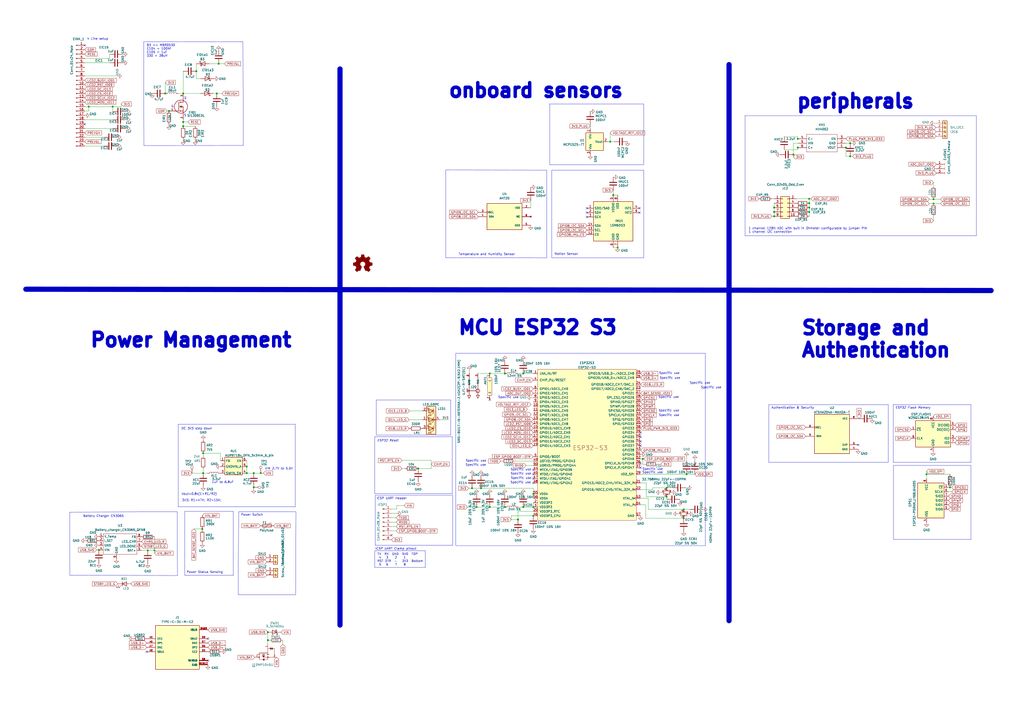
<source format=kicad_sch>
(kicad_sch (version 20230121) (generator eeschema)
  (paper "A2")
  (title_block (title "Smart DAQ Device 1Ch 12Bit ADC / I2C ") (date "2022-10-28") (rev "11-2022") (company "AeonLabs (https://github.com/aeonSolutions)"))
  (lib_symbols
    (symbol "Authentication & Security ICs:ATSHA204A-MAHDA-T" (pin_names (offset 1.016))
      (property "Reference" "U" (at -9.906 7.62 0))
      (property "Value" "ATSHA204A-MAHDA-T" (at -10.1854 -15.2654 0))
      (symbol "ATSHA204A-MAHDA-T_0_0"
        (pin power_in line (at 15.24 -10.16 180) (length 5.08) (name "GND") (number "4"))
        (pin bidirectional line (at -15.24 -2.54 0) (length 5.08) (name "SDA") (number "5"))
        (pin input clock (at -15.24 2.54 0) (length 5.08) (name "SCL") (number "6"))
        (pin power_in line (at 15.24 7.62 180) (length 5.08) (name "VCC") (number "8"))
        (pin power_in line (at 15.24 -7.62 180) (length 5.08) (name "EXP") (number "9"))
      )
    )
    (symbol "Battery_Management:Battery_charger_CN3065_QFN8"
      (property "Reference" "U" (at 0 10.16 0))
      (property "Value" "Battery_charger_CN3065_QFN8" (at 1.27 8.89 0))
      (symbol "Battery_charger_CN3065_QFN8_1_1"
        (pin input line (at -12.0396 4.064 0) (length 2.54) (name "V_Temp") (number "1"))
        (pin input line (at -12.0904 1.6256 0) (length 2.54) (name "I_SET") (number "2"))
        (pin output line (at -12.0904 -1.0668 0) (length 2.54) (name "GND") (number "3"))
        (pin input line (at -12.0396 -3.7592 0) (length 2.54) (name "VIN") (number "4"))
        (pin output line (at 12.5984 -4.0132 180) (length 2.54) (name "BAT+") (number "5"))
        (pin output line (at 12.6492 -1.5748 180) (length 2.54) (name "LED_DONE") (number "6"))
        (pin output line (at 12.6492 1.1176 180) (length 2.54) (name "LED_CHR") (number "7"))
        (pin input line (at 12.5984 3.81 180) (length 2.54) (name "FB") (number "8"))
        (pin output line (at -1.8288 -8.9408 90) (length 2.54) (name "GND") (number "9"))
      )
    )
    (symbol "Connector:Conn_01x03_Female" (pin_names (offset 1.016) hide)
      (property "Reference" "J" (at 0 5.08 0))
      (property "Value" "Conn_01x03_Female" (at 0 -5.08 0))
      (symbol "Conn_01x03_Female_1_1"
        (pin passive line (at -5.08 2.54 0) (length 3.81) (name "Pin_1") (number "1"))
        (pin passive line (at -5.08 0 0) (length 3.81) (name "Pin_2") (number "2"))
        (pin passive line (at -5.08 -2.54 0) (length 3.81) (name "Pin_3") (number "3"))
      )
    )
    (symbol "Connector:Conn_01x08_Male" (pin_names (offset 1.016) hide)
      (property "Reference" "J" (at 0 10.16 0))
      (property "Value" "Conn_01x08_Male" (at 0 -12.7 0))
      (symbol "Conn_01x08_Male_1_1"
        (pin passive line (at 5.08 7.62 180) (length 3.81) (name "Pin_1") (number "1"))
        (pin passive line (at 5.08 5.08 180) (length 3.81) (name "Pin_2") (number "2"))
        (pin passive line (at 5.08 2.54 180) (length 3.81) (name "Pin_3") (number "3"))
        (pin passive line (at 5.08 0 180) (length 3.81) (name "Pin_4") (number "4"))
        (pin passive line (at 5.08 -2.54 180) (length 3.81) (name "Pin_5") (number "5"))
        (pin passive line (at 5.08 -5.08 180) (length 3.81) (name "Pin_6") (number "6"))
        (pin passive line (at 5.08 -7.62 180) (length 3.81) (name "Pin_7") (number "7"))
        (pin passive line (at 5.08 -10.16 180) (length 3.81) (name "Pin_8") (number "8"))
      )
    )
    (symbol "Connector:Conn_01x24_Male" (pin_names (offset 1.016) hide)
      (property "Reference" "J" (at 0 30.48 0))
      (property "Value" "Conn_01x24_Male" (at 0 -33.02 0))
      (symbol "Conn_01x24_Male_1_1"
        (pin passive line (at 5.08 27.94 180) (length 3.81) (name "Pin_1") (number "1"))
        (pin passive line (at 5.08 5.08 180) (length 3.81) (name "Pin_10") (number "10"))
        (pin passive line (at 5.08 2.54 180) (length 3.81) (name "Pin_11") (number "11"))
        (pin passive line (at 5.08 0 180) (length 3.81) (name "Pin_12") (number "12"))
        (pin passive line (at 5.08 -2.54 180) (length 3.81) (name "Pin_13") (number "13"))
        (pin passive line (at 5.08 -5.08 180) (length 3.81) (name "Pin_14") (number "14"))
        (pin passive line (at 5.08 -7.62 180) (length 3.81) (name "Pin_15") (number "15"))
        (pin passive line (at 5.08 -10.16 180) (length 3.81) (name "Pin_16") (number "16"))
        (pin passive line (at 5.08 -12.7 180) (length 3.81) (name "Pin_17") (number "17"))
        (pin passive line (at 5.08 -15.24 180) (length 3.81) (name "Pin_18") (number "18"))
        (pin passive line (at 5.08 -17.78 180) (length 3.81) (name "Pin_19") (number "19"))
        (pin passive line (at 5.08 25.4 180) (length 3.81) (name "Pin_2") (number "2"))
        (pin passive line (at 5.08 -20.32 180) (length 3.81) (name "Pin_20") (number "20"))
        (pin passive line (at 5.08 -22.86 180) (length 3.81) (name "Pin_21") (number "21"))
        (pin passive line (at 5.08 -25.4 180) (length 3.81) (name "Pin_22") (number "22"))
        (pin passive line (at 5.08 -27.94 180) (length 3.81) (name "Pin_23") (number "23"))
        (pin passive line (at 5.08 -30.48 180) (length 3.81) (name "Pin_24") (number "24"))
        (pin passive line (at 5.08 22.86 180) (length 3.81) (name "Pin_3") (number "3"))
        (pin passive line (at 5.08 20.32 180) (length 3.81) (name "Pin_4") (number "4"))
        (pin passive line (at 5.08 17.78 180) (length 3.81) (name "Pin_5") (number "5"))
        (pin passive line (at 5.08 15.24 180) (length 3.81) (name "Pin_6") (number "6"))
        (pin passive line (at 5.08 12.7 180) (length 3.81) (name "Pin_7") (number "7"))
        (pin passive line (at 5.08 10.16 180) (length 3.81) (name "Pin_8") (number "8"))
        (pin passive line (at 5.08 7.62 180) (length 3.81) (name "Pin_9") (number "9"))
      )
    )
    (symbol "Connector:Screw_Terminal_01x02" (pin_names (offset 1.016) hide)
      (property "Reference" "J" (at 0 2.54 0))
      (property "Value" "Screw_Terminal_01x02" (at 0 -5.08 0))
      (symbol "Screw_Terminal_01x02_1_1"
        (pin passive line (at -5.08 0 0) (length 3.81) (name "Pin_1") (number "1"))
        (pin passive line (at -5.08 -2.54 0) (length 3.81) (name "Pin_2") (number "2"))
      )
    )
    (symbol "Connector:Screw_Terminal_01x04" (pin_names (offset 1.016) hide)
      (property "Reference" "J" (at 0 5.08 0))
      (property "Value" "Screw_Terminal_01x04" (at 0 -7.62 0))
      (symbol "Screw_Terminal_01x04_1_1"
        (pin passive line (at -5.08 2.54 0) (length 3.81) (name "Pin_1") (number "1"))
        (pin passive line (at -5.08 0 0) (length 3.81) (name "Pin_2") (number "2"))
        (pin passive line (at -5.08 -2.54 0) (length 3.81) (name "Pin_3") (number "3"))
        (pin passive line (at -5.08 -5.08 0) (length 3.81) (name "Pin_4") (number "4"))
      )
    )
    (symbol "Connector:TYPE-C-31-M-12" (pin_names (offset 1.016))
      (property "Reference" "J" (at -12.7 13.462 0))
      (property "Value" "TYPE-C-31-M-12" (at -12.7 -13.462 0))
      (symbol "TYPE-C-31-M-12_0_0"
        (pin power_in line (at 17.78 -10.16 180) (length 5.08) (name "GND") (number "A1B12"))
        (pin power_in line (at 17.78 10.16 180) (length 5.08) (name "VBUS") (number "A4B9"))
        (pin bidirectional line (at -17.78 5.08 0) (length 5.08) (name "CC1") (number "A5"))
        (pin bidirectional line (at -17.78 2.54 0) (length 5.08) (name "DP1") (number "A6"))
        (pin bidirectional line (at -17.78 0 0) (length 5.08) (name "DN1") (number "A7"))
        (pin bidirectional line (at -17.78 -2.54 0) (length 5.08) (name "SBU1") (number "A8"))
        (pin power_in line (at 17.78 -10.16 180) (length 5.08) (name "GND") (number "B1A12"))
        (pin power_in line (at 17.78 10.16 180) (length 5.08) (name "VBUS") (number "B4A9"))
        (pin bidirectional line (at 17.78 -2.54 180) (length 5.08) (name "CC2") (number "B5"))
        (pin bidirectional line (at 17.78 0 180) (length 5.08) (name "DP2") (number "B6"))
        (pin bidirectional line (at 17.78 2.54 180) (length 5.08) (name "DN2") (number "B7"))
        (pin bidirectional line (at 17.78 5.08 180) (length 5.08) (name "SBU2") (number "B8"))
        (pin passive line (at 17.78 -7.62 180) (length 5.08) (name "SHIELD") (number "S1"))
        (pin passive line (at 17.78 -7.62 180) (length 5.08) (name "SHIELD") (number "S2"))
        (pin passive line (at 17.78 -7.62 180) (length 5.08) (name "SHIELD") (number "S3"))
        (pin passive line (at 17.78 -7.62 180) (length 5.08) (name "SHIELD") (number "S4"))
      )
    )
    (symbol "Connector:TestPoint" (pin_numbers hide) (pin_names (offset 0.762) hide)
      (property "Reference" "TP" (at 0 6.858 0))
      (property "Value" "TestPoint" (at 0 5.08 0))
      (symbol "TestPoint_1_1"
        (pin passive line (at 0 0 90) (length 2.54) (name "1") (number "1"))
      )
    )
    (symbol "Connector_Generic:Conn_02x05_Odd_Even" (pin_names (offset 1.016) hide)
      (property "Reference" "J" (at 1.27 7.62 0))
      (property "Value" "Conn_02x05_Odd_Even" (at 1.27 -7.62 0))
      (symbol "Conn_02x05_Odd_Even_1_1"
        (pin passive line (at -5.08 5.08 0) (length 3.81) (name "Pin_1") (number "1"))
        (pin passive line (at 7.62 -5.08 180) (length 3.81) (name "Pin_10") (number "10"))
        (pin passive line (at 7.62 5.08 180) (length 3.81) (name "Pin_2") (number "2"))
        (pin passive line (at -5.08 2.54 0) (length 3.81) (name "Pin_3") (number "3"))
        (pin passive line (at 7.62 2.54 180) (length 3.81) (name "Pin_4") (number "4"))
        (pin passive line (at -5.08 0 0) (length 3.81) (name "Pin_5") (number "5"))
        (pin passive line (at 7.62 0 180) (length 3.81) (name "Pin_6") (number "6"))
        (pin passive line (at -5.08 -2.54 0) (length 3.81) (name "Pin_7") (number "7"))
        (pin passive line (at 7.62 -2.54 180) (length 3.81) (name "Pin_8") (number "8"))
        (pin passive line (at -5.08 -5.08 0) (length 3.81) (name "Pin_9") (number "9"))
      )
    )
    (symbol "Device:C" (pin_numbers hide) (pin_names (offset 0.254))
      (property "Reference" "C" (at 0.635 2.54 0))
      (property "Value" "C" (at 0.635 -2.54 0))
      (symbol "C_1_1"
        (pin passive line (at 0 3.81 270) (length 2.794) (name "~") (number "1"))
        (pin passive line (at 0 -3.81 90) (length 2.794) (name "~") (number "2"))
      )
    )
    (symbol "Device:Crystal_GND24_Small" (pin_names (offset 1.016) hide)
      (property "Reference" "Y" (at 1.27 4.445 0))
      (property "Value" "Crystal_GND24_Small" (at 1.27 2.54 0))
      (symbol "Crystal_GND24_Small_1_1"
        (pin passive line (at -2.54 0 0) (length 1.27) (name "1") (number "1"))
        (pin passive line (at 0 -2.54 90) (length 0.635) (name "2") (number "2"))
        (pin passive line (at 2.54 0 180) (length 1.27) (name "3") (number "3"))
        (pin passive line (at 0 2.54 270) (length 0.635) (name "4") (number "4"))
      )
    )
    (symbol "Device:D_Schottky" (pin_numbers hide) (pin_names (offset 1.016) hide)
      (property "Reference" "D" (at 0 2.54 0))
      (property "Value" "D_Schottky" (at 0 -2.54 0))
      (symbol "D_Schottky_1_1"
        (pin passive line (at -3.81 0 0) (length 2.54) (name "K") (number "1"))
        (pin passive line (at 3.81 0 180) (length 2.54) (name "A") (number "2"))
      )
    )
    (symbol "Device:L" (pin_numbers hide) (pin_names (offset 1.016) hide)
      (property "Reference" "L" (at -1.27 0 90))
      (property "Value" "L" (at 1.905 0 90))
      (symbol "L_1_1"
        (pin passive line (at 0 3.81 270) (length 1.27) (name "1") (number "1"))
        (pin passive line (at 0 -3.81 90) (length 1.27) (name "2") (number "2"))
      )
    )
    (symbol "Device:LED" (pin_numbers hide) (pin_names (offset 1.016) hide)
      (property "Reference" "D" (at 0 2.54 0))
      (property "Value" "LED" (at 0 -2.54 0))
      (symbol "LED_1_1"
        (pin passive line (at -3.81 0 0) (length 2.54) (name "K") (number "1"))
        (pin passive line (at 3.81 0 180) (length 2.54) (name "A") (number "2"))
      )
    )
    (symbol "Device:LED_GBRC" (pin_names (offset 0) hide)
      (property "Reference" "D" (at 0 9.398 0))
      (property "Value" "Device_LED_GBRC" (at 0 -8.89 0))
      (symbol "LED_GBRC_0_0"
        (text "B" (at 1.905 -6.35 0) (effects (font (size 1.27 1.27))))
        (text "G" (at 1.905 -1.27 0) (effects (font (size 1.27 1.27))))
        (text "R" (at 1.905 3.81 0) (effects (font (size 1.27 1.27))))
      )
      (symbol "LED_GBRC_1_1"
        (pin passive line (at 5.08 0 180) (length 2.54) (name "GA") (number "1"))
        (pin passive line (at 5.08 -5.08 180) (length 2.54) (name "BA") (number "2"))
        (pin passive line (at 5.08 5.08 180) (length 2.54) (name "RA") (number "3"))
        (pin passive line (at -5.08 0 0) (length 2.54) (name "K") (number "4"))
      )
    )
    (symbol "Device:Polyfuse" (pin_numbers hide) (pin_names (offset 0))
      (property "Reference" "F" (at -2.54 0 90))
      (property "Value" "Polyfuse" (at 2.54 0 90))
      (symbol "Polyfuse_1_1"
        (pin passive line (at 0 3.81 270) (length 1.27) (name "~") (number "1"))
        (pin passive line (at 0 -3.81 90) (length 1.27) (name "~") (number "2"))
      )
    )
    (symbol "Device:R" (pin_numbers hide) (pin_names (offset 0))
      (property "Reference" "R" (at 2.032 0 90))
      (property "Value" "R" (at 0 0 90))
      (symbol "R_1_1"
        (pin passive line (at 0 3.81 270) (length 1.27) (name "~") (number "1"))
        (pin passive line (at 0 -3.81 90) (length 1.27) (name "~") (number "2"))
      )
    )
    (symbol "Espressif:ESP32-S3" (pin_names (offset 1.016))
      (property "Reference" "U" (at 0 46.99 0))
      (property "Value" "ESP32-S3" (at 0 -43.18 0))
      (symbol "ESP32-S3_0_0"
        (text "ESP32-S3" (at 1.27 0 0) (effects (font (size 2.54 2.54))))
        (pin bidirectional line (at 30.48 -8.89 180) (length 2.54) (name "SPICLK_N/GPIO48") (number "36"))
        (pin bidirectional line (at 30.48 -11.43 180) (length 2.54) (name "SPICLK_P/GPIO47") (number "37"))
      )
      (symbol "ESP32-S3_1_1"
        (pin bidirectional line (at -31.75 43.18 0) (length 2.54) (name "LNA_IN/RF") (number "1"))
        (pin bidirectional line (at -31.75 24.13 0) (length 2.54) (name "GPIO5/ADC1_CH4") (number "10"))
        (pin bidirectional line (at -31.75 21.59 0) (length 2.54) (name "GPIO6/ADC1_CH5") (number "11"))
        (pin bidirectional line (at -31.75 19.05 0) (length 2.54) (name "GPIO7/ADC1_CH6") (number "12"))
        (pin bidirectional line (at -31.75 16.51 0) (length 2.54) (name "GPIO8/ADC1_CH7") (number "13"))
        (pin bidirectional line (at -31.75 13.97 0) (length 2.54) (name "GPIO9/ADC1_CH8") (number "14"))
        (pin bidirectional line (at -31.75 11.43 0) (length 2.54) (name "GPIO10/ADC1_CH9") (number "15"))
        (pin bidirectional line (at -31.75 8.89 0) (length 2.54) (name "GPIO11/ADC2_CH0") (number "16"))
        (pin bidirectional line (at -31.75 6.35 0) (length 2.54) (name "GPIO12/ADC2_CH1") (number "17"))
        (pin bidirectional line (at -31.75 3.81 0) (length 2.54) (name "GPIO13/ADC2_CH2") (number "18"))
        (pin bidirectional line (at -31.75 1.27 0) (length 2.54) (name "GPIO14/ADC2_CH3") (number "19"))
        (pin power_in line (at -31.75 -31.75 0) (length 2.54) (name "VDD3P3") (number "2"))
        (pin power_in line (at -31.75 -36.83 0) (length 2.54) (name "VDD3P3_RTC") (number "20"))
        (pin input clock (at 30.48 -20.32 180) (length 2.54) (name "GPIO15/ADC2_CH4/XTAL_32K_P") (number "21"))
        (pin output clock (at 30.48 -24.13 180) (length 2.54) (name "GPIO16/ADC2_CH5/XTAL_32K_N") (number "22"))
        (pin bidirectional line (at 30.48 34.29 180) (length 2.54) (name "GPIO17/ADC2_CH6/DAC_2") (number "23"))
        (pin bidirectional line (at 30.48 36.83 180) (length 2.54) (name "GPIO18/ADC2_CH7/DAC_1") (number "24"))
        (pin bidirectional line (at 30.48 43.18 180) (length 2.54) (name "GPIO19/USB_D-/ADC2_CH8") (number "25"))
        (pin bidirectional line (at 30.48 40.64 180) (length 2.54) (name "GPIO20/USB_D+/ADC2_CH9") (number "26"))
        (pin bidirectional line (at 30.48 31.75 180) (length 2.54) (name "GPIO21") (number "27"))
        (pin bidirectional line (at 30.48 29.21 180) (length 2.54) (name "SPI_CS1/GPIO26") (number "28"))
        (pin power_out line (at 30.48 -15.24 180) (length 2.54) (name "VDD_SPI") (number "29"))
        (pin power_in line (at -31.75 -34.29 0) (length 2.54) (name "VDD3P3") (number "3"))
        (pin bidirectional line (at 30.48 26.67 180) (length 2.54) (name "SPIHD/GPIO27") (number "30"))
        (pin bidirectional line (at 30.48 24.13 180) (length 2.54) (name "SPIWP/GPIO28") (number "31"))
        (pin bidirectional line (at 30.48 21.59 180) (length 2.54) (name "SPICS0/GPIO29") (number "32"))
        (pin bidirectional line (at 30.48 19.05 180) (length 2.54) (name "SPICLK/GPIO30") (number "33"))
        (pin bidirectional line (at 30.48 16.51 180) (length 2.54) (name "SPIQ/GPIO31") (number "34"))
        (pin bidirectional line (at 30.48 13.97 180) (length 2.54) (name "SPID/GPIO32") (number "35"))
        (pin bidirectional line (at 30.48 11.43 180) (length 2.54) (name "GPIO33") (number "38"))
        (pin bidirectional line (at 30.48 8.89 180) (length 2.54) (name "GPIO34") (number "39"))
        (pin input line (at -31.75 39.37 0) (length 2.54) (name "CHIP_PU/RESET") (number "4"))
        (pin bidirectional line (at 30.48 6.35 180) (length 2.54) (name "GPIO35") (number "40"))
        (pin bidirectional line (at 30.48 3.81 180) (length 2.54) (name "GPIO36") (number "41"))
        (pin bidirectional line (at 30.48 1.27 180) (length 2.54) (name "GPIO37") (number "42"))
        (pin bidirectional line (at 30.48 -1.27 180) (length 2.54) (name "GPIO38") (number "43"))
        (pin bidirectional line (at -31.75 -12.7 0) (length 2.54) (name "MTCK/JTAG/GPIO39") (number "44"))
        (pin bidirectional line (at -31.75 -15.24 0) (length 2.54) (name "MTDO/JTAG/GPIO40") (number "45"))
        (pin power_in line (at -31.75 -39.37 0) (length 2.54) (name "VDD3P3_CPU") (number "46"))
        (pin bidirectional line (at -31.75 -17.78 0) (length 2.54) (name "MTDI/JTAG/GPIO41") (number "47"))
        (pin bidirectional line (at -31.75 -20.32 0) (length 2.54) (name "MTMS/JTAG/GPIO42") (number "48"))
        (pin bidirectional line (at -31.75 -7.62 0) (length 2.54) (name "U0TXD/PROG/GPIO43") (number "49"))
        (pin bidirectional line (at -31.75 -5.08 0) (length 2.54) (name "GPIO0/BOOT") (number "5"))
        (pin bidirectional line (at -31.75 -10.16 0) (length 2.54) (name "U0RXD/PROG/GPIO44") (number "50"))
        (pin bidirectional line (at 30.48 -3.81 180) (length 2.54) (name "GPIO45") (number "51"))
        (pin bidirectional line (at 30.48 -6.35 180) (length 2.54) (name "GPIO46") (number "52"))
        (pin input clock (at 30.48 -29.21 180) (length 2.54) (name "XTAL_N") (number "53"))
        (pin output clock (at 30.48 -33.02 180) (length 2.54) (name "XTAL_P") (number "54"))
        (pin power_in line (at -31.75 -26.67 0) (length 2.54) (name "VDDA") (number "55"))
        (pin power_in line (at -31.75 -29.21 0) (length 2.54) (name "VDDA") (number "56"))
        (pin power_in line (at 30.48 -39.37 180) (length 2.54) (name "GND") (number "57"))
        (pin bidirectional line (at -31.75 34.29 0) (length 2.54) (name "GPIO1/ADC1_CH0") (number "6"))
        (pin bidirectional line (at -31.75 31.75 0) (length 2.54) (name "GPIO2/ADC1_CH1") (number "7"))
        (pin bidirectional line (at -31.75 29.21 0) (length 2.54) (name "GPIO3/ADC1_CH2") (number "8"))
        (pin bidirectional line (at -31.75 26.67 0) (length 2.54) (name "GPIO4/ADC1_CH3") (number "9"))
      )
    )
    (symbol "Graphic:Logo_Open_Hardware_Small" (pin_names (offset 1.016)))
    (symbol "HX4002_1" (pin_names (offset 0.762))
      (property "Reference" "IC" (at 24.13 7.62 0))
      (property "Value" "HX4002_1" (at 24.13 5.08 0))
      (symbol "HX4002_1_0_0"
        (pin passive line (at 0 0 0) (length 5.08) (name "VOUT") (number "1"))
        (pin passive line (at 0 -2.54 0) (length 5.08) (name "GND") (number "2"))
        (pin passive line (at 0 -5.08 0) (length 5.08) (name "EN") (number "3"))
        (pin passive line (at 27.94 -5.08 180) (length 5.08) (name "C-") (number "4"))
        (pin passive line (at 27.94 -2.54 180) (length 5.08) (name "VIN") (number "5"))
        (pin passive line (at 27.94 0 180) (length 5.08) (name "C+") (number "6"))
      )
    )
    (symbol "Memory_Flash:W25Q128JVS"
      (property "Reference" "U" (at -8.89 8.89 0))
      (property "Value" "W25Q128JVS" (at 7.62 8.89 0))
      (symbol "W25Q128JVS_1_1"
        (pin input line (at -12.7 2.54 0) (length 2.54) (name "~{CS}") (number "1"))
        (pin bidirectional line (at 12.7 2.54 180) (length 2.54) (name "DO(IO1)") (number "2"))
        (pin bidirectional line (at 12.7 -2.54 180) (length 2.54) (name "IO2") (number "3"))
        (pin power_in line (at 0 -10.16 90) (length 2.54) (name "GND") (number "4"))
        (pin bidirectional line (at 12.7 5.08 180) (length 2.54) (name "DI(IO0)") (number "5"))
        (pin input line (at -12.7 -2.54 0) (length 2.54) (name "CLK") (number "6"))
        (pin bidirectional line (at 12.7 -5.08 180) (length 2.54) (name "IO3") (number "7"))
        (pin power_in line (at 0 10.16 270) (length 2.54) (name "VCC") (number "8"))
      )
    )
    (symbol "Memory_RAM:ESP32-PSRAM_LY68L6400S"
      (property "Reference" "EPS" (at -5.08 0.508 0))
      (property "Value" "ESP32-PSRAM_LY68L6400S" (at -12.192 23.368 0))
      (symbol "ESP32-PSRAM_LY68L6400S_1_1"
        (pin input line (at 10.16 7.62 180) (length 2.54) (name "~{CE}") (number "1"))
        (pin input line (at 10.16 -2.54 180) (length 2.54) (name "SIO1") (number "2"))
        (pin bidirectional line (at 10.16 0 180) (length 2.54) (name "SIO2") (number "3"))
        (pin power_in line (at -2.54 -12.7 90) (length 2.54) (name "VSS") (number "4"))
        (pin output line (at 10.16 -5.08 180) (length 2.54) (name "SiO0") (number "5"))
        (pin output line (at 10.16 5.08 180) (length 2.54) (name "SCLK") (number "6"))
        (pin bidirectional line (at 10.16 2.54 180) (length 2.54) (name "SIO3") (number "7"))
        (pin power_in line (at -2.54 12.7 270) (length 2.54) (name "VCC") (number "8"))
      )
    )
    (symbol "Power_Management:AUR9718x_DFN_3x3mm_6_pin"
      (property "Reference" "U" (at -5.842 8.636 0))
      (property "Value" "AUR9718x_DFN_3x3mm_6_pin" (at -15.748 18.288 0))
      (symbol "AUR9718x_DFN_3x3mm_6_pin_1_1"
        (pin input line (at -10.16 3.048 0) (length 2.54) (name "FB") (number "1"))
        (pin output line (at -10.16 -0.254 0) (length 2.54) (name "GND") (number "2"))
        (pin bidirectional line (at -10.16 -4.064 0) (length 2.54) (name "SW") (number "3"))
        (pin input line (at 5.08 -4.064 180) (length 2.54) (name "VIN_SW") (number "4"))
        (pin power_out line (at 5.08 -0.254 180) (length 2.54) (name "VIN_A") (number "5"))
        (pin power_in line (at 5.08 3.048 180) (length 2.54) (name "EN") (number "6"))
      )
    )
    (symbol "RF:U.FL-R-SMT(01)" (pin_names (offset 1.016))
      (property "Reference" "J" (at -3.81 4.064 0))
      (property "Value" "U.FL-R-SMT(01)" (at -4.318 -5.588 0))
      (symbol "U.FL-R-SMT(01)_0_0"
        (pin passive line (at -10.16 -2.54 0) (length 2.54) (name "GND") (number "1"))
        (pin passive line (at -10.16 -2.54 0) (length 2.54) (name "GND") (number "2"))
        (pin passive line (at -10.16 2.54 0) (length 2.54) (name "SIG") (number "3"))
      )
    )
    (symbol "RF_WiFi:SMD-BUILT-IN-ANTENNA-2.4GHZ(2P-9.5X2.1MM)" (pin_names (offset 1.016))
      (property "Reference" "ANT" (at -2.54 1.905 0))
      (property "Value" "SMD-BUILT-IN-ANTENNA-2.4GHZ(2P-9.5X2.1MM)" (at -20.828 5.588 0))
      (symbol "SMD-BUILT-IN-ANTENNA-2.4GHZ(2P-9.5X2.1MM)_0_0"
        (pin bidirectional line (at -7.62 0 0) (length 2.54) (name "1") (number "1"))
        (pin bidirectional line (at 7.62 0 180) (length 2.54) (name "2") (number "2"))
      )
    )
    (symbol "Reference_Voltage:MCP1525-TT"
      (property "Reference" "U" (at 1.27 8.255 0))
      (property "Value" "MCP1525-TT" (at 1.27 6.35 0))
      (symbol "MCP1525-TT_1_1"
        (pin power_in line (at 0 7.62 270) (length 2.54) (name "Vin") (number "1"))
        (pin power_out line (at 10.16 0 180) (length 2.54) (name "Vout") (number "2"))
        (pin power_in line (at 0 -7.62 90) (length 2.54) (name "Vss") (number "3"))
      )
    )
    (symbol "Sensor:AHT20" (pin_names (offset 1.016))
      (property "Reference" "U" (at -10.16 8.509 0))
      (property "Value" "AHT20" (at -10.16 -10.16 0))
      (symbol "AHT20_0_0"
        (pin no_connect line (at 15.24 0 180) (length 5.08) (name "NC") (number "1"))
        (pin power_in line (at 15.24 5.08 180) (length 5.08) (name "VDD") (number "2"))
        (pin input clock (at -15.24 2.54 0) (length 5.08) (name "SCL") (number "3"))
        (pin bidirectional line (at -15.24 0 0) (length 5.08) (name "SDA") (number "4"))
        (pin power_in line (at 15.24 -5.08 180) (length 5.08) (name "GND") (number "5"))
        (pin no_connect line (at 15.24 0 180) (length 5.08) (name "NC") (number "6"))
      )
    )
    (symbol "Sensor_Motion:LSM6DS3"
      (property "Reference" "U" (at -11.43 15.24 0))
      (property "Value" "LSM6DS3" (at -11.43 12.7 0))
      (symbol "LSM6DS3_1_1"
        (pin bidirectional line (at -15.24 7.62 0) (length 3.81) (name "SDO/SA0") (number "1"))
        (pin no_connect line (at 10.16 -5.08 180) (length 3.81) hide (name "NC") (number "10"))
        (pin no_connect line (at 10.16 -2.54 180) (length 3.81) hide (name "NC") (number "11"))
        (pin input line (at -15.24 -7.62 0) (length 3.81) (name "CS") (number "12"))
        (pin input line (at -15.24 -5.08 0) (length 3.81) (name "SCL") (number "13"))
        (pin bidirectional line (at -15.24 -2.54 0) (length 3.81) (name "SDA") (number "14"))
        (pin bidirectional line (at -15.24 5.08 0) (length 3.81) (name "SDX") (number "2"))
        (pin input line (at -15.24 2.54 0) (length 3.81) (name "SCX") (number "3"))
        (pin output line (at 15.24 7.62 180) (length 3.81) (name "INT1") (number "4"))
        (pin power_in line (at 0 15.24 270) (length 3.81) (name "VDDIO") (number "5"))
        (pin power_in line (at 0 -15.24 90) (length 3.81) (name "GND") (number "6"))
        (pin power_in line (at 2.54 -15.24 90) (length 3.81) (name "GND") (number "7"))
        (pin power_in line (at 2.54 15.24 270) (length 3.81) (name "VDD") (number "8"))
        (pin output line (at 15.24 5.08 180) (length 3.81) (name "INT2") (number "9"))
      )
    )
    (symbol "Transistor_FET:DMP1045U" (pin_names (offset 1.016))
      (property "Reference" "Q" (at -10.16 7.62 0))
      (property "Value" "DMP1045U" (at -10.16 -7.62 0))
      (symbol "DMP1045U_0_0"
        (pin passive line (at -5.08 2.54 0) (length 2.54) (name "~") (number "1"))
        (pin passive line (at 2.54 7.62 270) (length 2.54) (name "~") (number "2"))
        (pin passive line (at 2.54 -5.08 90) (length 2.54) (name "~") (number "3"))
      )
    )
    (symbol "Transistor_FET:SI1308EDL-T1-GE3" (pin_names (offset 1.016) hide)
      (property "Reference" "Q" (at 11.43 3.81 0))
      (property "Value" "SI1308EDL-T1-GE3" (at 13.208 6.604 0))
      (symbol "SI1308EDL-T1-GE3_0_0"
        (pin bidirectional line (at 0 0 0) (length 2.54) (name "~") (number "1"))
        (pin bidirectional line (at 7.62 -5.08 90) (length 2.54) (name "~") (number "2"))
        (pin bidirectional line (at 7.62 10.16 270) (length 2.54) (name "~") (number "3"))
      )
    )
    (symbol "power:GND" (power) (pin_names (offset 0))
      (property "Value" "GND" (at 0 -3.81 0))
      (symbol "GND_1_1"
        (pin power_in line (at 0 0 270) (length 0) hide (name "GND") (number "1"))
      )
    )
  )
  (junction (at 449.072 125.476))
  (junction (at 106.2482 54.229))
  (junction (at 386.715 282.956))
  (junction (at 113.8682 41.275))
  (junction (at 303.53 216.662))
  (junction (at 396.621 300.609))
  (junction (at 106.2482 70.739))
  (junction (at 469.392 115.316))
  (junction (at 155.3972 366.7252))
  (junction (at 469.392 120.396))
  (junction (at 125.7554 54.229))
  (junction (at 292.862 294.132))
  (junction (at 372.872 266.192))
  (junction (at 117.348 306.832))
  (junction (at 490.728 85.598))
  (junction (at 284.099 216.662))
  (junction (at 449.072 120.396))
  (junction (at 462.788 80.518))
  (junction (at 143.129 270.637))
  (junction (at 143.129 274.447))
  (junction (at 460.248 89.662))
  (junction (at 273.812 283.21))
  (junction (at 65.3288 61.849))
  (junction (at 300.482 301.371))
  (junction (at 309.372 299.212))
  (junction (at 155.3972 371.348))
  (junction (at 537.464 275.082))
  (junction (at 353.949 82.169))
  (junction (at 358.267 143.637))
  (junction (at 147.193 282.702))
  (junction (at 117.856 262.89))
  (junction (at 541.528 118.11))
  (junction (at 493.1664 83.058))
  (junction (at 242.57 271.78))
  (junction (at 89.6366 319.278))
  (junction (at 309.372 294.132))
  (junction (at 493.1664 90.678))
  (junction (at 97.9932 64.389))
  (junction (at 292.862 216.662))
  (junction (at 284.099 294.132))
  (junction (at 126.8476 36.957))
  (junction (at 151.257 274.447))
  (junction (at 303.53 294.132))
  (junction (at 541.528 115.57))
  (junction (at 355.727 113.157))
  (junction (at 106.2482 73.2028))
  (junction (at 57.3786 319.024))
  (junction (at 386.715 288.163))
  (junction (at 276.479 294.132))
  (junction (at 309.372 286.512))
  (junction (at 95.8342 54.229))
  (junction (at 551.053 282.702))
  (junction (at 449.072 122.936))
  (junction (at 85.6996 319.278))
  (junction (at 462.788 85.598))
  (junction (at 469.392 122.936))
  (junction (at 469.392 117.856))
  (junction (at 396.621 295.529))
  (junction (at 117.856 274.447))
  (junction (at 398.272 275.082))
  (junction (at 147.193 274.447))
  (junction (at 51.4604 61.849))
  (junction (at 279.019 283.21))
  (no_connect (at 309.372 272.542))
  (no_connect (at 309.372 275.082))
  (no_connect (at 309.372 277.622))
  (no_connect (at 309.372 280.162))
  (no_connect (at 340.487 123.317))
  (no_connect (at 370.967 120.777))
  (no_connect (at 370.967 123.317))
  (no_connect (at 340.487 125.857))
  (no_connect (at 371.602 253.492))
  (no_connect (at 284.099 231.902))
  (no_connect (at 49.1744 72.009))
  (no_connect (at 227.076 310.515))
  (no_connect (at 371.602 271.272))
  (no_connect (at 371.602 258.572))
  (no_connect (at 371.602 268.732))
  (no_connect (at 120.65 383.159))
  (no_connect (at 85.09 378.079))
  (no_connect (at 371.602 256.032))
  (no_connect (at 340.487 120.777))
  (no_connect (at 371.602 250.952))
  (no_connect (at 120.65 370.459))
  (no_connect (at 49.1744 26.289))
  (no_connect (at 497.84 258.064))
  (wire (pts (xy 460.248 83.058) (xy 460.248 89.662)))
  (wire (pts (xy 303.53 294.132) (xy 309.372 294.132)))
  (wire (pts (xy 551.053 282.702) (xy 550.164 282.702)))
  (wire (pts (xy 305.181 270.002) (xy 309.372 270.002)))
  (polyline (pts (xy 107.188 296.672) (xy 107.188 333.756)))
  (wire (pts (xy 371.602 283.972) (xy 378.587 283.972)))
  (polyline (pts (xy 258.5974 149.5044) (xy 258.5974 98.5774)))
  (polyline (pts (xy 518.287 271.399) (xy 518.287 312.928)))
  (wire (pts (xy 374.523 300.609) (xy 396.621 300.609)))
  (wire (pts (xy 147.193 274.447) (xy 151.257 274.447)))
  (polyline (pts (xy 246.761 329.184) (xy 246.761 319.532)))
  (wire (pts (xy 358.267 113.157) (xy 355.727 113.157)))
  (wire (pts (xy 300.482 294.132) (xy 303.53 294.132)))
  (wire (pts (xy 376.047 295.529) (xy 376.047 289.052)))
  (wire (pts (xy 470.408 115.316) (xy 469.392 115.316)))
  (polyline (pts (xy 373.38 98.679) (xy 373.38 149.606)))
  (wire (pts (xy 542.7726 73.9394) (xy 543.0266 73.9394)))
  (wire (pts (xy 164.084 373.7356) (xy 164.084 371.348)))
  (polyline (pts (xy 218.313 232.029) (xy 218.313 252.349)))
  (polyline (pts (xy 432.181 67.056) (xy 432.181 136.779)))
  (polyline (pts (xy 318.897 60.198) (xy 318.897 60.325)))
  (wire (pts (xy 290.449 267.462) (xy 291.084 267.462)))
  (wire (pts (xy 371.602 292.862) (xy 374.523 292.862)))
  (wire (pts (xy 106.2482 73.2028) (xy 106.2482 73.2282)))
  (wire (pts (xy 143.129 270.637) (xy 143.129 274.447)))
  (wire (pts (xy 373.507 266.192) (xy 372.872 266.192)))
  (wire (pts (xy 462.788 85.598) (xy 462.7626 85.598)))
  (wire (pts (xy 396.621 295.402) (xy 396.621 295.529)))
  (wire (pts (xy 449.072 117.856) (xy 449.072 120.396)))
  (wire (pts (xy 460.248 83.058) (xy 462.788 83.058)))
  (wire (pts (xy 284.099 294.132) (xy 292.862 294.132)))
  (wire (pts (xy 233.172 267.081) (xy 250.19 267.081)))
  (wire (pts (xy 300.482 216.662) (xy 303.53 216.662)))
  (wire (pts (xy 244.983 238.379) (xy 237.49 238.379)))
  (wire (pts (xy 82.0166 319.278) (xy 85.6996 319.278)))
  (polyline (pts (xy 432.181 136.779) (xy 566.42 136.779)))
  (polyline (pts (xy 320.04 149.606) (xy 320.04 98.679)))
  (polyline (pts (xy 140.9192 24.2062) (xy 141.1224 84.3788)))
  (polyline (pts (xy 262.636 287.401) (xy 217.678 287.401)))
  (wire (pts (xy 371.602 275.082) (xy 398.272 275.082)))
  (wire (pts (xy 230.124 293.243) (xy 234.442 293.243)))
  (polyline (pts (xy 320.04 98.679) (xy 373.38 98.679)))
  (polyline (pts (xy 40.4876 297.0784) (xy 40.5638 333.7052)))
  (wire (pts (xy 356.362 82.169) (xy 353.949 82.169)))
  (wire (pts (xy 296.545 299.212) (xy 309.372 299.212)))
  (wire (pts (xy 106.2482 73.2028) (xy 113.2586 73.2028)))
  (wire (pts (xy 493.1664 83.058) (xy 493.903 83.058)))
  (polyline (pts (xy 217.424 286.385) (xy 217.424 253.365)))
  (wire (pts (xy 372.872 266.192) (xy 371.602 266.192)))
  (wire (pts (xy 237.363 243.459) (xy 244.983 243.459)))
  (polyline (pts (xy 318.897 95.504) (xy 373.38 95.504)))
  (wire (pts (xy 398.272 275.082) (xy 403.098 275.082)))
  (wire (pts (xy 541.528 118.11) (xy 545.592 118.11)))
  (wire (pts (xy 97.9932 72.009) (xy 97.9932 72.6186)))
  (polyline (pts (xy 217.678 316.357) (xy 262.636 316.357)))
  (wire (pts (xy 106.2482 70.739) (xy 106.2482 73.2028)))
  (wire (pts (xy 447.7512 125.476) (xy 449.072 125.476)))
  (polyline (pts (xy 138.43 296.926) (xy 171.704 296.926)))
  (wire (pts (xy 85.6996 319.278) (xy 89.6366 319.278)))
  (wire (pts (xy 117.348 306.832) (xy 117.348 307.467)))
  (polyline (pts (xy 373.38 60.325) (xy 318.897 60.325)))
  (wire (pts (xy 271.907 283.21) (xy 273.812 283.21)))
  (polyline (pts (xy 258.5974 149.5044) (xy 317.119 149.606)))
  (wire (pts (xy 250.19 267.081) (xy 250.19 271.78)))
  (wire (pts (xy 400.05 295.529) (xy 396.621 295.529)))
  (wire (pts (xy 113.8682 45.593) (xy 116.4082 45.593)))
  (polyline (pts (xy 83.312 24.257) (xy 140.9192 24.2062)))
  (wire (pts (xy 155.3972 366.7252) (xy 155.3972 371.348)))
  (polyline (pts (xy 103.378 294.005) (xy 103.378 246.126)))
  (polyline (pts (xy 422.91 37.465) (xy 422.91 360.045)) (stroke (width 3)))
  (wire (pts (xy 227.076 300.355) (xy 229.87 300.355)))
  (wire (pts (xy 541.528 115.57) (xy 545.592 115.57)))
  (wire (pts (xy 537.464 275.082) (xy 551.053 275.082)))
  (wire (pts (xy 358.267 143.637) (xy 355.727 143.637)))
  (wire (pts (xy 49.1744 44.069) (xy 68.0212 44.069)))
  (wire (pts (xy 397.764 282.956) (xy 398.526 282.956)))
  (wire (pts (xy 309.245 264.922) (xy 309.372 264.922)))
  (wire (pts (xy 469.392 117.856) (xy 469.392 120.396)))
  (wire (pts (xy 276.479 294.132) (xy 284.099 294.132)))
  (polyline (pts (xy 261.493 252.349) (xy 261.493 232.029)))
  (wire (pts (xy 65.3034 74.549) (xy 49.1744 74.549)))
  (wire (pts (xy 309.372 296.672) (xy 300.482 296.672)))
  (polyline (pts (xy 262.382 253.365) (xy 262.382 286.512)))
  (wire (pts (xy 112.395 306.832) (xy 117.348 306.832)))
  (wire (pts (xy 386.715 288.163) (xy 374.904 288.163)))
  (wire (pts (xy 49.1744 64.389) (xy 51.4604 64.389)))
  (wire (pts (xy 121.4882 36.957) (xy 126.8476 36.957)))
  (wire (pts (xy 449.072 122.936) (xy 449.072 125.476)))
  (wire (pts (xy 386.715 282.956) (xy 386.715 283.083)))
  (wire (pts (xy 298.704 267.462) (xy 309.372 267.462)))
  (wire (pts (xy 147.193 283.591) (xy 147.193 282.702)))
  (polyline (pts (xy 102.7684 296.8498) (xy 40.4876 297.0784)))
  (wire (pts (xy 63.627 33.909) (xy 63.627 31.3944)))
  (wire (pts (xy 303.53 216.662) (xy 309.372 216.662)))
  (polyline (pts (xy 217.678 287.401) (xy 217.678 316.357)))
  (wire (pts (xy 106.2482 41.275) (xy 106.2482 54.229)))
  (polyline (pts (xy 135.382 333.756) (xy 107.188 333.756)))
  (wire (pts (xy 227.076 297.815) (xy 230.124 297.815)))
  (polyline (pts (xy 262.636 287.401) (xy 262.636 316.357)))
  (wire (pts (xy 117.856 262.89) (xy 117.856 264.541)))
  (wire (pts (xy 462.788 80.518) (xy 462.788 79.248)))
  (wire (pts (xy 126.8476 29.337) (xy 126.8476 29.2862)))
  (wire (pts (xy 374.904 280.162) (xy 374.904 288.163)))
  (polyline (pts (xy 317.119 98.679) (xy 317.119 149.606)))
  (polyline (pts (xy 138.176 344.932) (xy 171.45 344.932)))
  (wire (pts (xy 155.3972 366.6744) (xy 155.3972 366.7252)))
  (wire (pts (xy 155.3972 371.348) (xy 155.3972 373.6848)))
  (polyline (pts (xy 14.986 167.767) (xy 574.929 168.529)) (stroke (width 3)))
  (polyline (pts (xy 563.245 268.224) (xy 518.16 268.224)))
  (wire (pts (xy 151.257 274.447) (xy 152.781 274.447)))
  (wire (pts (xy 462.788 86.868) (xy 454.8632 86.868)))
  (polyline (pts (xy 103.378 246.126) (xy 171.323 246.126)))
  (wire (pts (xy 447.802 115.316) (xy 449.072 115.316)))
  (polyline (pts (xy 563.245 234.696) (xy 563.245 268.224)))
  (polyline (pts (xy 197.231 40.005) (xy 197.231 362.585)) (stroke (width 3)))
  (wire (pts (xy 143.129 267.335) (xy 143.129 270.637)))
  (wire (pts (xy 460.248 89.662) (xy 460.248 90.932)))
  (polyline (pts (xy 318.897 60.325) (xy 318.897 95.504)))
  (wire (pts (xy 462.788 79.248) (xy 454.8632 79.248)))
  (wire (pts (xy 300.482 301.371) (xy 296.545 301.371)))
  (polyline (pts (xy 262.509 286.385) (xy 217.424 286.385)))
  (wire (pts (xy 374.904 280.162) (xy 371.602 280.162)))
  (wire (pts (xy 227.076 305.435) (xy 229.87 305.435)))
  (wire (pts (xy 309.372 291.592) (xy 309.372 294.132)))
  (polyline (pts (xy 518.16 234.696) (xy 563.245 234.696)))
  (wire (pts (xy 278.511 216.662) (xy 284.099 216.662)))
  (wire (pts (xy 490.728 85.598) (xy 490.7026 85.598)))
  (wire (pts (xy 117.856 262.89) (xy 127.889 262.89)))
  (wire (pts (xy 462.788 85.598) (xy 462.788 86.868)))
  (wire (pts (xy 490.728 90.678) (xy 493.1664 90.678)))
  (wire (pts (xy 469.392 115.316) (xy 469.392 117.856)))
  (wire (pts (xy 541.528 105.918) (xy 541.528 107.95)))
  (wire (pts (xy 97.9932 64.389) (xy 98.6282 64.389)))
  (wire (pts (xy 355.727 110.363) (xy 355.727 113.157)))
  (wire (pts (xy 374.523 292.862) (xy 374.523 300.609)))
  (wire (pts (xy 378.587 283.972) (xy 378.587 282.956)))
  (wire (pts (xy 539.115 118.11) (xy 541.528 118.11)))
  (polyline (pts (xy 409.194 316.484) (xy 264.414 316.484)))
  (wire (pts (xy 403.098 267.462) (xy 403.098 266.827)))
  (polyline (pts (xy 261.493 232.029) (xy 218.313 232.029)))
  (polyline (pts (xy 107.188 296.672) (xy 135.382 296.672)))
  (wire (pts (xy 386.715 289.687) (xy 386.715 288.163)))
  (wire (pts (xy 376.047 289.052) (xy 371.602 289.052)))
  (polyline (pts (xy 518.287 312.928) (xy 563.245 312.928)))
  (polyline (pts (xy 138.176 344.932) (xy 138.43 296.926)))
  (wire (pts (xy 126.8476 36.957) (xy 130.175 36.957)))
  (polyline (pts (xy 518.287 270.002) (xy 518.287 271.272)))
  (wire (pts (xy 342.392 72.263) (xy 342.392 74.549)))
  (wire (pts (xy 113.8682 36.957) (xy 113.8682 41.275)))
  (wire (pts (xy 271.145 294.132) (xy 276.479 294.132)))
  (wire (pts (xy 394.081 298.069) (xy 393.192 298.069)))
  (wire (pts (xy 60.0964 79.629) (xy 49.1744 79.629)))
  (polyline (pts (xy 515.239 234.696) (xy 515.239 268.224)))
  (wire (pts (xy 498.348 242.824) (xy 497.84 242.824)))
  (wire (pts (xy 106.2482 70.739) (xy 109.0422 70.739)))
  (wire (pts (xy 462.788 80.518) (xy 462.7626 80.518)))
  (polyline (pts (xy 171.323 246.126) (xy 171.323 294.005)))
  (wire (pts (xy 309.372 283.21) (xy 309.372 286.512)))
  (wire (pts (xy 353.949 82.169) (xy 352.552 82.169)))
  (wire (pts (xy 120.269 274.447) (xy 117.856 274.447)))
  (wire (pts (xy 449.072 120.396) (xy 449.072 122.936)))
  (polyline (pts (xy 409.194 204.978) (xy 409.194 316.484)))
  (wire (pts (xy 113.2586 80.8228) (xy 113.2586 81.4324)))
  (polyline (pts (xy 373.38 95.504) (xy 373.38 60.325)))
  (wire (pts (xy 309.372 286.512) (xy 309.372 289.052)))
  (wire (pts (xy 65.3288 61.849) (xy 70.2818 61.849)))
  (polyline (pts (xy 217.424 319.532) (xy 246.761 319.532)))
  (polyline (pts (xy 135.382 296.672) (xy 135.382 333.756)))
  (polyline (pts (xy 518.16 268.224) (xy 518.16 234.696)))
  (wire (pts (xy 396.621 295.529) (xy 376.047 295.529)))
  (wire (pts (xy 230.124 295.275) (xy 230.124 293.243)))
  (wire (pts (xy 65.3288 61.849) (xy 65.3288 64.7446)))
  (wire (pts (xy 394.335 289.687) (xy 394.335 290.703)))
  (polyline (pts (xy 171.704 296.926) (xy 171.45 344.932)))
  (wire (pts (xy 127.889 267.335) (xy 127.889 262.89)))
  (wire (pts (xy 106.2482 80.8482) (xy 106.2482 81.4578)))
  (wire (pts (xy 89.6366 319.278) (xy 89.6366 320.9036)))
  (polyline (pts (xy 264.414 204.978) (xy 409.194 204.978)))
  (wire (pts (xy 89.6366 311.4548) (xy 89.6366 319.278)))
  (wire (pts (xy 111.379 274.447) (xy 117.856 274.447)))
  (wire (pts (xy 117.348 306.705) (xy 117.348 306.832)))
  (wire (pts (xy 469.392 115.316) (xy 461.772 115.316)))
  (wire (pts (xy 123.7742 54.229) (xy 125.7554 54.229)))
  (wire (pts (xy 106.2482 69.469) (xy 106.2482 70.739)))
  (polyline (pts (xy 258.5974 98.5774) (xy 317.119 98.679)))
  (wire (pts (xy 373.888 269.24) (xy 372.872 269.24)))
  (wire (pts (xy 542.1376 71.3994) (xy 543.0266 71.3994)))
  (polyline (pts (xy 217.424 329.184) (xy 246.761 329.184)))
  (wire (pts (xy 300.482 296.672) (xy 300.482 301.371)))
  (wire (pts (xy 51.4604 64.389) (xy 51.4604 61.849)))
  (wire (pts (xy 396.621 300.736) (xy 396.621 300.609)))
  (polyline (pts (xy 40.5638 333.7052) (xy 102.9716 333.8576)))
  (wire (pts (xy 353.949 77.089) (xy 353.949 82.169)))
  (wire (pts (xy 469.392 120.396) (xy 469.392 122.936)))
  (wire (pts (xy 103.4542 54.229) (xy 106.2482 54.229)))
  (wire (pts (xy 233.172 271.78) (xy 234.95 271.78)))
  (wire (pts (xy 340.487 136.017) (xy 340.36 136.017)))
  (wire (pts (xy 469.392 122.936) (xy 469.392 125.476)))
  (wire (pts (xy 372.872 269.24) (xy 372.872 266.192)))
  (polyline (pts (xy 218.313 252.349) (xy 261.493 252.349)))
  (wire (pts (xy 95.8342 47.879) (xy 95.8342 54.229)))
  (wire (pts (xy 49.1744 33.909) (xy 63.627 33.909)))
  (wire (pts (xy 279.019 283.21) (xy 309.372 283.21)))
  (wire (pts (xy 227.076 295.275) (xy 230.124 295.275)))
  (wire (pts (xy 106.2482 54.229) (xy 116.1542 54.229)))
  (wire (pts (xy 490.728 83.058) (xy 493.1664 83.058)))
  (wire (pts (xy 156.464 371.348) (xy 155.3972 371.348)))
  (wire (pts (xy 552.069 285.242) (xy 550.164 285.242)))
  (wire (pts (xy 143.129 274.447) (xy 147.193 274.447)))
  (polyline (pts (xy 563.245 312.928) (xy 563.245 270.002)))
  (wire (pts (xy 96.9772 64.389) (xy 97.9932 64.389)))
  (polyline (pts (xy 264.414 316.484) (xy 264.414 204.978)))
  (wire (pts (xy 65.3034 69.469) (xy 49.1744 69.469)))
  (wire (pts (xy 383.286 269.24) (xy 381.508 269.24)))
  (polyline (pts (xy 446.024 268.224) (xy 446.024 234.696)))
  (wire (pts (xy 386.715 282.956) (xy 378.587 282.956)))
  (wire (pts (xy 490.728 85.598) (xy 490.728 90.678)))
  (wire (pts (xy 117.856 274.447) (xy 117.856 272.161)))
  (polyline (pts (xy 83.5152 84.4296) (xy 83.312 24.257)))
  (wire (pts (xy 60.0964 84.709) (xy 49.1744 84.709)))
  (polyline (pts (xy 320.04 149.606) (xy 373.38 149.606)))
  (wire (pts (xy 493.1664 90.678) (xy 494.538 90.678)))
  (wire (pts (xy 63.5762 36.449) (xy 49.1744 36.449)))
  (wire (pts (xy 51.4604 61.849) (xy 49.1744 61.849)))
  (polyline (pts (xy 446.024 234.696) (xy 515.239 234.696)))
  (wire (pts (xy 273.812 283.21) (xy 279.019 283.21)))
  (polyline (pts (xy 171.323 294.005) (xy 103.378 294.005)))
  (wire (pts (xy 125.7554 54.229) (xy 128.7272 54.229)))
  (wire (pts (xy 113.8682 41.275) (xy 113.8682 45.593)))
  (wire (pts (xy 539.115 115.57) (xy 541.528 115.57)))
  (wire (pts (xy 390.144 282.956) (xy 386.715 282.956)))
  (wire (pts (xy 308.483 230.632) (xy 309.372 230.632)))
  (wire (pts (xy 541.528 125.73) (xy 541.528 128.016)))
  (wire (pts (xy 250.19 271.78) (xy 242.57 271.78)))
  (wire (pts (xy 551.053 282.702) (xy 552.069 282.702)))
  (wire (pts (xy 272.161 215.011) (xy 272.161 216.535)))
  (wire (pts (xy 537.464 275.082) (xy 537.464 277.622)))
  (wire (pts (xy 396.621 308.356) (xy 396.621 308.229)))
  (polyline (pts (xy 217.424 253.365) (xy 262.382 253.365)))
  (wire (pts (xy 398.272 267.462) (xy 398.272 265.049)))
  (wire (pts (xy 56.0832 319.024) (xy 57.3786 319.024)))
  (wire (pts (xy 284.099 216.662) (xy 292.862 216.662)))
  (polyline (pts (xy 432.181 67.183) (xy 566.42 67.183)))
  (wire (pts (xy 227.076 307.975) (xy 229.87 307.975)))
  (wire (pts (xy 307.8988 116.205) (xy 307.8988 120.5738)))
  (polyline (pts (xy 217.424 319.532) (xy 217.424 329.184)))
  (polyline (pts (xy 141.1224 84.3788) (xy 83.5152 84.4296)))
  (wire (pts (xy 147.193 282.702) (xy 147.193 282.067)))
  (wire (pts (xy 227.076 302.895) (xy 229.87 302.895)))
  (wire (pts (xy 296.545 301.371) (xy 296.545 299.212)))
  (wire (pts (xy 255.143 243.459) (xy 260.223 243.459)))
  (wire (pts (xy 70.2818 60.3758) (xy 70.2818 61.849)))
  (wire (pts (xy 537.464 273.431) (xy 537.464 275.082)))
  (wire (pts (xy 51.4604 61.849) (xy 65.3288 61.849)))
  (wire (pts (xy 277.241 216.535) (xy 277.876 216.535)))
  (polyline (pts (xy 515.239 268.224) (xy 446.024 268.224)))
  (polyline (pts (xy 566.42 136.779) (xy 566.42 67.183)))
  (polyline (pts (xy 563.245 270.002) (xy 518.287 270.002)))
  (wire (pts (xy 384.175 285.623) (xy 383.286 285.623)))
  (polyline (pts (xy 102.9716 333.8576) (xy 102.7684 296.8498)))
  (text "Specific use" (at 400.0754 222.9612 0) (effects (font (size 1.27 1.27)) (justify left bottom)))
  (text "3V3: R1=47K; R2=15K;" (at 105.537 291.084 0) (effects (font (size 1.27 1.27)) (justify left bottom)))
  (text "ICSP UART Header" (at 218.313 289.941 0) (effects (font (size 1.27 1.27)) (justify left bottom)))
  (text "Specific use" (at 296.164 275.59 0) (effects (font (size 1.27 1.27)) (justify left bottom)))
  (text "G" (at 99.3394 62.5856 0) (effects (font (size 1.27 1.27)) (justify left bottom)))
  (text "peripherals" (at 461.391 63.5 0) (effects (font (size 8 8) (thickness 2) bold) (justify left bottom)))
  (text "Vout=0.8x(1+R1/R2)" (at 105.156 287.401 0) (effects (font (size 1.27 1.27) italic) (justify left bottom)))
  (text "Specific use" (at 381.889 231.14 0) (effects (font (size 1.27 1.27)) (justify left bottom)))
  (text "ESP32 Flash Memory\n" (at 519.43 237.363 0) (effects (font (size 1.27 1.27) italic) (justify left bottom)))
  (text "DC 3V3 step down" (at 105.156 249.428 0) (effects (font (size 1.27 1.27)) (justify left bottom)))
  (text "Specific use" (at 382.016 239.014 0) (effects (font (size 1.27 1.27)) (justify left bottom)))
  (text "Specific use" (at 382.27 217.297 0) (effects (font (size 1.27 1.27)) (justify left bottom)))
  (text "ESP32 Reset" (at 218.821 256.413 0) (effects (font (size 1.27 1.27) italic) (justify left bottom)))
  (text "Specific use" (at 372.618 274.828 0) (effects (font (size 1.27 1.27)) (justify left bottom)))
  (text "Specific use" (at 296.291 278.13 0) (effects (font (size 1.27 1.27)) (justify left bottom)))
  (text "Temperature and Humidity Sensor" (at 265.938 148.336 0) (effects (font (size 1.27 1.27)) (justify left bottom)))
  (text "4 Line setup" (at 50.4444 23.368 0) (effects (font (size 1.27 1.27)) (justify left bottom)))
  (text "Specific use" (at 382.651 220.091 0) (effects (font (size 1.27 1.27)) (justify left bottom)))
  (text "1uF to 6.8uF" (at 122.809 280.543 0) (effects (font (size 1.27 1.27) italic) (justify left bottom)))
  (text "Specific use" (at 296.037 280.67 0) (effects (font (size 1.27 1.27)) (justify left bottom)))
  (text "D" (at 106.7562 57.8612 0) (effects (font (size 1.27 1.27)) (justify left bottom)))
  (text "Motion Sensor" (at 321.564 148.209 0) (effects (font (size 1.27 1.27)) (justify left bottom)))
  (text "1 channel 12Bit ADC with buit in Ohmeter configurable by jumper PIN\n1 channel I2C connection" (at 434.213 135.382 0) (effects (font (size 1.27 1.27)) (justify left bottom)))
  (text "Specific use" (at 296.164 273.177 0) (effects (font (size 1.27 1.27)) (justify left bottom)))
  (text "onboard sensors" (at 259.461 57.277 0) (effects (font (size 8 8) (thickness 2) bold) (justify left bottom)))
  (text "Specific use" (at 372.618 272.923 0) (effects (font (size 1.27 1.27)) (justify left bottom)))
  (text "ICSP UART Clamp pinout" (at 217.551 319.151 0) (effects (font (size 1.27 1.27) italic) (justify left bottom)))
  (text "Specific use" (at 288.925 231.267 0) (effects (font (size 1.27 1.27)) (justify left bottom)))
  (text "Specific use" (at 406.5524 225.5774 0) (effects (font (size 1.27 1.27)) (justify left bottom)))
  (text "Storage and \nAuthentication" (at 464.185 207.899 0) (effects (font (size 8 8) (thickness 2) bold) (justify left bottom)))
  (text "Battery Charger CN3065" (at 48.1838 300.2026 0) (effects (font (size 1.27 1.27)) (justify left bottom)))
  (text "Power Management" (at 51.562 202.057 0) (effects (font (size 8 8) (thickness 2) bold) (justify left bottom)))
  (text "Authentication & Security" (at 447.421 237.363 0) (effects (font (size 1.27 1.27) italic) (justify left bottom)))
  (text "S" (at 106.68 67.7672 0) (effects (font (size 1.27 1.27)) (justify left bottom)))
  (text "VIN 2.7V to 5.5V" (at 153.67 272.669 0) (effects (font (size 1.27 1.27) italic) (justify left bottom)))
  (text "Specific use" (at 270.129 268.097 0) (effects (font (size 1.27 1.27)) (justify left bottom)))
  (text "Power Switch" (at 139.7 299.466 0) (effects (font (size 1.27 1.27)) (justify left bottom)))
  (text "MCU ESP32 S3" (at 265.049 194.818 0) (effects (font (size 8 8) (thickness 2) bold) (justify left bottom)))
  (text "Specific use" (at 382.143 241.681 0) (effects (font (size 1.27 1.27)) (justify left bottom)))
  (text "TX  RX  GND  5V0  TOP\n 4   3    2    1\nRST DTR  -   3V3  Bottom\n 5   6    7    8" (at 218.821 328.422 0) (effects (font (size 1.27 1.27)) (justify left bottom)))
  (text "B3 => MBR0530\nC104 = 100Nf\nC105 = 1uF\n330 = 38uH" (at 85.0392 33.2232 0) (effects (font (size 1.27 1.27)) (justify left bottom)))
  (text "Power Status Sensing" (at 108.204 332.74 0) (effects (font (size 1.27 1.27)) (justify left bottom)))
  (text "Specific use" (at 270.002 270.51 0) (effects (font (size 1.27 1.27)) (justify left bottom)))
  (label "3V3" (at 260.223 243.459 180))
  (global_label "VIN" (shape input) (at 234.442 293.243 0) (property "Intersheetrefs" "${INTERSHEET_REFS}" (effects hide)))
  (global_label "USB_5V0" (shape input) (at 56.0832 319.024 180) (property "Intersheetrefs" "${INTERSHEET_REFS}" (effects hide)))
  (global_label "3V3" (shape input) (at 271.145 294.132 180) (property "Intersheetrefs" "${INTERSHEET_REFS}" (effects hide)))
  (global_label "3V3" (shape input) (at 307.8988 116.205 180) (property "Intersheetrefs" "${INTERSHEET_REFS}" (effects hide)))
  (global_label "3V3_PLUG" (shape input) (at 542.7726 73.9394 180) (property "Intersheetrefs" "${INTERSHEET_REFS}" (effects hide)))
  (global_label "BAT_SENSE_IO21" (shape input) (at 371.602 228.092 0) (effects (font italic)) (property "Intersheetrefs" "${INTERSHEET_REFS}" (effects hide)))
  (global_label "RST_RTS_EN" (shape input) (at 229.87 305.435 0) (property "Intersheetrefs" "${INTERSHEET_REFS}" (effects hide)))
  (global_label "RXD0" (shape input) (at 229.87 302.895 0) (property "Intersheetrefs" "${INTERSHEET_REFS}" (effects hide)))
  (global_label "GND" (shape input) (at 154.7368 323.4436 180) (property "Intersheetrefs" "${INTERSHEET_REFS}" (effects hide)))
  (global_label "SPIQ" (shape input) (at 550.164 292.862 0) (effects (font italic)) (property "Intersheetrefs" "${INTERSHEET_REFS}" (effects hide)))
  (global_label "LCD2_BUSY_IO01" (shape input) (at 49.1744 46.609 0) (property "Intersheetrefs" "${INTERSHEET_REFS}" (effects hide)))
  (global_label "CHIP_EN" (shape input) (at 309.372 220.472 180) (property "Intersheetrefs" "${INTERSHEET_REFS}" (effects hide)))
  (global_label "LCD2_DC_IO13" (shape input) (at 49.1744 51.689 0) (property "Intersheetrefs" "${INTERSHEET_REFS}" (effects hide)))
  (global_label "LCD2_MOSI_IO11" (shape input) (at 309.372 250.952 180) (property "Intersheetrefs" "${INTERSHEET_REFS}" (effects hide)))
  (global_label "USB_D-" (shape input) (at 85.09 375.539 180) (property "Intersheetrefs" "${INTERSHEET_REFS}" (effects hide)))
  (global_label "3V3_PLUG" (shape input) (at 494.538 90.678 0) (property "Intersheetrefs" "${INTERSHEET_REFS}" (effects hide)))
  (global_label "PREVGL" (shape input) (at 49.1744 82.169 0) (property "Intersheetrefs" "${INTERSHEET_REFS}" (effects hide)))
  (global_label "ADC_OUT_IO02" (shape input) (at 543.1536 95.3008 180) (property "Intersheetrefs" "${INTERSHEET_REFS}" (effects hide)))
  (global_label "IO18_LED_R" (shape input) (at 237.363 248.539 180) (property "Intersheetrefs" "${INTERSHEET_REFS}" (effects hide)))
  (global_label "STDBY_LED_G" (shape input) (at 82.0674 316.8396 0) (property "Intersheetrefs" "${INTERSHEET_REFS}" (effects hide)))
  (global_label "VIN_BATF" (shape input) (at 154.7368 325.9836 180) (property "Intersheetrefs" "${INTERSHEET_REFS}" (effects hide)))
  (global_label "3V3_PLUG" (shape input) (at 447.7512 125.476 180) (property "Intersheetrefs" "${INTERSHEET_REFS}" (effects hide)))
  (global_label "3V3_PLUG" (shape input) (at 543.1536 100.3808 180) (property "Intersheetrefs" "${INTERSHEET_REFS}" (effects hide)))
  (global_label "GND" (shape input) (at 154.7876 330.9874 180) (property "Intersheetrefs" "${INTERSHEET_REFS}" (effects hide)))
  (global_label "IO14_LED_G" (shape input) (at 237.363 243.459 180) (property "Intersheetrefs" "${INTERSHEET_REFS}" (effects hide)))
  (global_label "SPICLK" (shape input) (at 371.602 240.792 0) (effects (font italic)) (property "Intersheetrefs" "${INTERSHEET_REFS}" (effects hide)))
  (global_label "RESE" (shape input) (at 109.0422 70.739 0) (property "Intersheetrefs" "${INTERSHEET_REFS}" (effects hide)))
  (global_label "USB_5V0" (shape input) (at 120.65 365.379 0) (property "Intersheetrefs" "${INTERSHEET_REFS}" (effects hide)))
  (global_label "3V3" (shape input) (at 271.907 283.21 180) (property "Intersheetrefs" "${INTERSHEET_REFS}" (effects hide)))
  (global_label "VOLTAGE_REF_IO12" (shape input) (at 353.949 77.089 0) (property "Intersheetrefs" "${INTERSHEET_REFS}" (effects hide)))
  (global_label "SPIHD" (shape input) (at 550.164 287.782 0) (effects (font italic)) (property "Intersheetrefs" "${INTERSHEET_REFS}" (effects hide)))
  (global_label "SPIHD" (shape input) (at 553.974 256.794 0) (effects (font italic)) (property "Intersheetrefs" "${INTERSHEET_REFS}" (effects hide)))
  (global_label "PLUG_PWR_3V3_IO33" (shape input) (at 490.728 80.518 0) (property "Intersheetrefs" "${INTERSHEET_REFS}" (effects hide)))
  (global_label "LCD2_SCLK_IO12" (shape input) (at 309.372 253.492 180) (property "Intersheetrefs" "${INTERSHEET_REFS}" (effects hide)))
  (global_label "3V3" (shape input) (at 70.2818 60.3758 0) (property "Intersheetrefs" "${INTERSHEET_REFS}" (effects hide)))
  (global_label "RXD0" (shape input) (at 305.181 270.002 180) (property "Intersheetrefs" "${INTERSHEET_REFS}" (effects hide)))
  (global_label "SPICS1" (shape input) (at 371.602 230.632 0) (effects (font italic)) (property "Intersheetrefs" "${INTERSHEET_REFS}" (effects hide)))
  (global_label "PREVGL" (shape input) (at 130.175 36.957 0) (property "Intersheetrefs" "${INTERSHEET_REFS}" (effects hide)))
  (global_label "ESP_GPIO0_BOOT-DTR" (shape input) (at 309.245 264.922 180) (property "Intersheetrefs" "${INTERSHEET_REFS}" (effects hide)))
  (global_label "VIN" (shape input) (at 160.4772 381.3048 270) (property "Intersheetrefs" "${INTERSHEET_REFS}" (effects hide)))
  (global_label "VIN_BATF" (shape input) (at 154.7876 333.5274 180) (property "Intersheetrefs" "${INTERSHEET_REFS}" (effects hide)))
  (global_label "3V3" (shape input) (at 498.348 242.824 90) (property "Intersheetrefs" "${INTERSHEET_REFS}" (effects hide)))
  (global_label "GND" (shape input) (at 164.084 373.7356 270) (property "Intersheetrefs" "${INTERSHEET_REFS}" (effects hide)))
  (global_label "3V3_PLUG" (shape input) (at 342.392 73.152 180) (property "Intersheetrefs" "${INTERSHEET_REFS}" (effects hide)))
  (global_label "TXD0" (shape input) (at 229.87 300.355 0) (property "Intersheetrefs" "${INTERSHEET_REFS}" (effects hide)))
  (global_label "CHIP_EN" (shape input) (at 250.19 269.24 0) (property "Intersheetrefs" "${INTERSHEET_REFS}" (effects hide)))
  (global_label "STDBY_LED_G" (shape input) (at 68.3768 338.6836 180) (property "Intersheetrefs" "${INTERSHEET_REFS}" (effects hide)))
  (global_label "USB_D-" (shape input) (at 120.65 372.999 0) (property "Intersheetrefs" "${INTERSHEET_REFS}" (effects hide)))
  (global_label "BAT_SENSE_IO21" (shape input) (at 112.395 306.832 270) (effects (font italic)) (property "Intersheetrefs" "${INTERSHEET_REFS}" (effects hide)))
  (global_label "PREVGH" (shape input) (at 128.7272 54.229 0) (property "Intersheetrefs" "${INTERSHEET_REFS}" (effects hide)))
  (global_label "IO18_LED_R" (shape input) (at 371.602 223.012 0) (property "Intersheetrefs" "${INTERSHEET_REFS}" (effects hide)))
  (global_label "RST_RTS_EN" (shape input) (at 233.172 267.081 180) (property "Intersheetrefs" "${INTERSHEET_REFS}" (effects hide)))
  (global_label "3V3" (shape input) (at 383.286 269.24 0) (property "Intersheetrefs" "${INTERSHEET_REFS}" (effects hide)))
  (global_label "3V3" (shape input) (at 440.182 115.316 180) (property "Intersheetrefs" "${INTERSHEET_REFS}" (effects hide)))
  (global_label "GPIO9_I2C_SCL" (shape input) (at 340.487 133.477 180) (property "Intersheetrefs" "${INTERSHEET_REFS}" (effects hide)))
  (global_label "VOLTAGE_REF_IO12" (shape input) (at 308.0258 234.6198 180) (property "Intersheetrefs" "${INTERSHEET_REFS}" (effects hide)))
  (global_label "VIN" (shape input) (at 152.781 274.447 0) (property "Intersheetrefs" "${INTERSHEET_REFS}" (effects hide)))
  (global_label "GPIO8_I2C_SDA" (shape input) (at 467.36 252.984 180) (property "Intersheetrefs" "${INTERSHEET_REFS}" (effects hide)))
  (global_label "VIN_BATF" (shape input) (at 89.6366 320.9036 0) (property "Intersheetrefs" "${INTERSHEET_REFS}" (effects hide)))
  (global_label "LCD2_SCLK_IO12" (shape input) (at 49.1744 56.769 0) (property "Intersheetrefs" "${INTERSHEET_REFS}" (effects hide)))
  (global_label "SPIWP" (shape input) (at 550.164 290.322 0) (effects (font italic)) (property "Intersheetrefs" "${INTERSHEET_REFS}" (effects hide)))
  (global_label "ESP_GPIO0_BOOT-DTR" (shape input) (at 373.507 266.192 0) (property "Intersheetrefs" "${INTERSHEET_REFS}" (effects hide)))
  (global_label "VIN_BAT" (shape input) (at 147.7772 381.3048 180) (property "Intersheetrefs" "${INTERSHEET_REFS}" (effects hide)))
  (global_label "USB_D+" (shape input) (at 120.65 375.539 0) (property "Intersheetrefs" "${INTERSHEET_REFS}" (effects hide)))
  (global_label "GPIO8_I2C_SDA" (shape input) (at 539.115 115.57 180) (property "Intersheetrefs" "${INTERSHEET_REFS}" (effects hide)))
  (global_label "SPICS0" (shape input) (at 528.574 249.174 180) (effects (font italic)) (property "Intersheetrefs" "${INTERSHEET_REFS}" (effects hide)))
  (global_label "3V3" (shape input) (at 460.248 90.932 0) (property "Intersheetrefs" "${INTERSHEET_REFS}" (effects hide)))
  (global_label "ADC_OUT_IO02" (shape input) (at 470.408 115.316 0) (property "Intersheetrefs" "${INTERSHEET_REFS}" (effects hide)))
  (global_label "GPIO9_I2C_SCL" (shape input) (at 545.592 118.11 0) (property "Intersheetrefs" "${INTERSHEET_REFS}" (effects hide)))
  (global_label "LCD2_RST_IO09" (shape input) (at 49.1744 49.149 0) (property "Intersheetrefs" "${INTERSHEET_REFS}" (effects hide)))
  (global_label "SPIWP" (shape input) (at 371.602 235.712 0) (effects (font italic)) (property "Intersheetrefs" "${INTERSHEET_REFS}" (effects hide)))
  (global_label "SPIQ" (shape input) (at 371.602 243.332 0) (effects (font italic)) (property "Intersheetrefs" "${INTERSHEET_REFS}" (effects hide)))
  (global_label "IO13_LED_B" (shape input) (at 305.9938 237.4138 180) (property "Intersheetrefs" "${INTERSHEET_REFS}" (effects hide)))
  (global_label "USB_D-" (shape input) (at 371.602 216.662 0) (property "Intersheetrefs" "${INTERSHEET_REFS}" (effects hide)))
  (global_label "SPID" (shape input) (at 371.602 245.872 0) (effects (font italic)) (property "Intersheetrefs" "${INTERSHEET_REFS}" (effects hide)))
  (global_label "LCD2_CS_IO10" (shape input) (at 49.1744 54.229 0) (property "Intersheetrefs" "${INTERSHEET_REFS}" (effects hide)))
  (global_label "LCD2_MOSI_IO11" (shape input) (at 49.1744 59.309 0) (property "Intersheetrefs" "${INTERSHEET_REFS}" (effects hide)))
  (global_label "SPID" (shape input) (at 553.974 246.634 0) (effects (font italic)) (property "Intersheetrefs" "${INTERSHEET_REFS}" (effects hide)))
  (global_label "ESP_GPIO0_BOOT-DTR" (shape input) (at 229.87 307.975 0) (property "Intersheetrefs" "${INTERSHEET_REFS}" (effects hide)))
  (global_label "LCD2_RST_IO09" (shape input) (at 309.372 245.872 180) (property "Intersheetrefs" "${INTERSHEET_REFS}" (effects hide)))
  (global_label "LCD2_BUSY_IO01" (shape input) (at 309.372 225.552 180) (property "Intersheetrefs" "${INTERSHEET_REFS}" (effects hide)))
  (global_label "PLUG_PWR_3V3_IO33" (shape input) (at 371.602 248.412 0) (property "Intersheetrefs" "${INTERSHEET_REFS}" (effects hide)))
  (global_label "GPIO9_I2C_SCL" (shape input) (at 543.0266 76.4794 180) (property "Intersheetrefs" "${INTERSHEET_REFS}" (effects hide)))
  (global_label "USB_D+" (shape input) (at 85.09 372.999 180) (property "Intersheetrefs" "${INTERSHEET_REFS}" (effects hide)))
  (global_label "GPIO8_I2C_SDA" (shape input) (at 340.487 130.937 180) (property "Intersheetrefs" "${INTERSHEET_REFS}" (effects hide)))
  (global_label "TXD0" (shape input) (at 290.449 267.462 180) (property "Intersheetrefs" "${INTERSHEET_REFS}" (effects hide)))
  (global_label "LCD2_DC_IO13" (shape input) (at 309.372 256.032 180) (property "Intersheetrefs" "${INTERSHEET_REFS}" (effects hide)))
  (global_label "VDD_SPI" (shape input) (at 541.274 241.554 0) (effects (font italic)) (property "Intersheetrefs" "${INTERSHEET_REFS}" (effects hide)))
  (global_label "3V3" (shape input) (at 233.172 271.78 180) (property "Intersheetrefs" "${INTERSHEET_REFS}" (effects hide)))
  (global_label "GPIO9_I2C_SCL" (shape input) (at 277.4188 123.1138 180) (property "Intersheetrefs" "${INTERSHEET_REFS}" (effects hide)))
  (global_label "USB_5V0" (shape input) (at 75.9968 338.6836 0) (property "Intersheetrefs" "${INTERSHEET_REFS}" (effects hide)))
  (global_label "RESE" (shape input) (at 49.1744 31.369 0) (property "Intersheetrefs" "${INTERSHEET_REFS}" (effects hide)))
  (global_label "IO13_LED_B" (shape input) (at 237.49 238.379 180) (property "Intersheetrefs" "${INTERSHEET_REFS}" (effects hide)))
  (global_label "VDD_SPI" (shape input) (at 537.464 273.431 0) (effects (font italic)) (property "Intersheetrefs" "${INTERSHEET_REFS}" (effects hide)))
  (global_label "3V3" (shape input) (at 95.8342 47.879 0) (property "Intersheetrefs" "${INTERSHEET_REFS}" (effects hide)))
  (global_label "GPIO8_I2C_SDA" (shape input) (at 545.592 115.57 0) (property "Intersheetrefs" "${INTERSHEET_REFS}" (effects hide)))
  (global_label "GPIO8_I2C_SDA" (shape input) (at 309.372 243.332 180) (property "Intersheetrefs" "${INTERSHEET_REFS}" (effects hide)))
  (global_label "3V3" (shape input) (at 541.528 128.016 180) (property "Intersheetrefs" "${INTERSHEET_REFS}" (effects hide)))
  (global_label "VIN_BAT" (shape input) (at 117.348 299.085 0) (property "Intersheetrefs" "${INTERSHEET_REFS}" (effects hide)))
  (global_label "VIN" (shape input) (at 163.0172 366.7252 0) (property "Intersheetrefs" "${INTERSHEET_REFS}" (effects hide)))
  (global_label "SPID" (shape input) (at 550.164 295.402 0) (effects (font italic)) (property "Intersheetrefs" "${INTERSHEET_REFS}" (effects hide)))
  (global_label "3V3" (shape input) (at 296.545 301.371 180) (property "Intersheetrefs" "${INTERSHEET_REFS}" (effects hide)))
  (global_label "SPICS0" (shape input) (at 371.602 238.252 0) (effects (font italic)) (property "Intersheetrefs" "${INTERSHEET_REFS}" (effects hide)))
  (global_label "GPIO38_IMU_CS" (shape input) (at 340.36 136.017 180) (effects (font italic)) (property "Intersheetrefs" "${INTERSHEET_REFS}" (effects hide)))
  (global_label "VIN_BAT" (shape input) (at 158.6992 304.9524 0) (property "Intersheetrefs" "${INTERSHEET_REFS}" (effects hide)))
  (global_label "GDR" (shape input) (at 49.1744 28.829 0) (property "Intersheetrefs" "${INTERSHEET_REFS}" (effects hide)))
  (global_label "USB_D+" (shape input) (at 371.602 219.202 0) (property "Intersheetrefs" "${INTERSHEET_REFS}" (effects hide)))
  (global_label "GPIO9_I2C_SCL" (shape input) (at 308.1528 240.4618 180) (property "Intersheetrefs" "${INTERSHEET_REFS}" (effects hide)))
  (global_label "3V3" (shape input) (at 541.528 105.918 180) (property "Intersheetrefs" "${INTERSHEET_REFS}" (effects hide)))
  (global_label "GPIO8_I2C_SDA" (shape input) (at 277.4188 125.6538 180) (property "Intersheetrefs" "${INTERSHEET_REFS}" (effects hide)))
  (global_label "GDR" (shape input) (at 96.9772 64.389 180) (property "Intersheetrefs" "${INTERSHEET_REFS}" (effects hide)))
  (global_label "SPIHD" (shape input) (at 371.602 233.172 0) (effects (font italic)) (property "Intersheetrefs" "${INTERSHEET_REFS}" (effects hide)))
  (global_label "CHRG_LED_R" (shape input) (at 82.0674 314.1472 0) (property "Intersheetrefs" "${INTERSHEET_REFS}" (effects hide)))
  (global_label "GPIO9_I2C_SCL" (shape input) (at 539.115 118.11 180) (property "Intersheetrefs" "${INTERSHEET_REFS}" (effects hide)))
  (global_label "LCD2_CS_IO10" (shape input) (at 309.372 248.412 180) (property "Intersheetrefs" "${INTERSHEET_REFS}" (effects hide)))
  (global_label "USB_5V0" (shape input) (at 155.3972 366.6744 180) (property "Intersheetrefs" "${INTERSHEET_REFS}" (effects hide)))
  (global_label "SPICS1" (shape input) (at 552.069 282.702 0) (effects (font italic)) (property "Intersheetrefs" "${INTERSHEET_REFS}" (effects hide)))
  (global_label "GPIO8_I2C_SDA" (shape input) (at 543.0266 79.0194 180) (property "Intersheetrefs" "${INTERSHEET_REFS}" (effects hide)))
  (global_label "IO14_LED_G" (shape input) (at 309.372 258.572 180) (property "Intersheetrefs" "${INTERSHEET_REFS}" (effects hide)))
  (global_label "GPIO38_IMU_CS" (shape input) (at 371.602 261.112 0) (effects (font italic)) (property "Intersheetrefs" "${INTERSHEET_REFS}" (effects hide)))
  (global_label "SPIWP" (shape input) (at 553.974 254.254 0) (effects (font italic)) (property "Intersheetrefs" "${INTERSHEET_REFS}" (effects hide)))
  (global_label "SPICLK" (shape input) (at 552.069 285.242 0) (effects (font italic)) (property "Intersheetrefs" "${INTERSHEET_REFS}" (effects hide)))
  (global_label "3V3" (shape input) (at 227.076 313.055 0) (property "Intersheetrefs" "${INTERSHEET_REFS}" (effects hide)))
  (global_label "VIN_BATF" (shape input) (at 151.0792 304.9524 180) (property "Intersheetrefs" "${INTERSHEET_REFS}" (effects hide)))
  (global_label "ADC_OUT_IO02" (shape input) (at 309.372 228.092 180) (property "Intersheetrefs" "${INTERSHEET_REFS}" (effects hide)))
  (global_label "3V3" (shape input) (at 111.379 274.447 180) (property "Intersheetrefs" "${INTERSHEET_REFS}" (effects hide)))
  (global_label "PREVGH" (shape input) (at 49.1744 77.089 0) (property "Intersheetrefs" "${INTERSHEET_REFS}" (effects hide)))
  (global_label "GPIO9_I2C_SCL" (shape input) (at 467.36 247.904 180) (property "Intersheetrefs" "${INTERSHEET_REFS}" (effects hide)))
  (global_label "SPICLK" (shape input) (at 528.574 254.254 180) (effects (font italic)) (property "Intersheetrefs" "${INTERSHEET_REFS}" (effects hide)))
  (global_label "VDD_SPI" (shape input) (at 403.098 275.082 0) (property "Intersheetrefs" "${INTERSHEET_REFS}" (effects hide)))
  (global_label "SPIQ" (shape input) (at 553.974 249.174 0) (effects (font italic)) (property "Intersheetrefs" "${INTERSHEET_REFS}" (effects hide)))
  (global_label "3V3" (shape input) (at 355.727 110.363 180) (property "Intersheetrefs" "${INTERSHEET_REFS}" (effects hide)))
  (symbol (lib_id "power:GND") (at 125.7554 61.849 0) (unit 1)
    (property "Reference" "#PWR0171" (effects hide))
    (property "Value" "GND" (at 123.7234 59.436 90) (effects (justify right)))
  )
  (symbol (lib_id "power:GND") (at 399.161 298.069 90) (unit 1)
    (property "Reference" "#PWR0116" (effects hide))
    (property "Value" "GND" (at 403.479 299.339 90))
  )
  (symbol (lib_id "power:GND") (at 398.526 282.956 90) (unit 1)
    (property "Reference" "#PWR0123" (effects hide))
    (property "Value" "GND" (at 398.78 285.242 0))
  )
  (symbol (lib_id "Reference_Voltage:MCP1525-TT") (at 342.392 82.169 0) (unit 1)
    (property "Reference" "U1" (at 339.0901 81.3343 0) (effects (justify right)))
    (property "Value" "MCP1525-TT" (at 339.0901 83.8712 0) (effects (justify right)))
    (property "Footprint" "Package_TO_SOT_SMD:SOT-23" (effects hide))
    (property "Datasheet" "http://ww1.microchip.com/downloads/en/devicedoc/21653b.pdf" (effects hide))
  )
  (symbol (lib_id "Device:C") (at 110.0582 41.275 270) (unit 1)
    (property "Reference" "EIC8" (at 107.0102 37.592 90) (effects (justify left)))
    (property "Value" "4.7uF" (at 107.5182 44.577 90) (effects (justify left)))
    (property "Footprint" "Capacitor_SMD:C_0603_1608Metric" (effects hide))
  )
  (symbol (lib_id "Device:C") (at 92.0242 54.229 270) (unit 1)
    (property "Reference" "EIC7" (at 88.9762 50.546 90) (effects (justify left)))
    (property "Value" "4.7uF" (at 89.4842 57.531 90) (effects (justify left)))
    (property "Footprint" "Capacitor_SMD:C_0603_1608Metric" (effects hide))
  )
  (symbol (lib_id "power:GND") (at 72.9234 74.549 90) (mirror x) (unit 1)
    (property "Reference" "#PWR0166" (effects hide))
    (property "Value" "GND" (at 72.1614 73.533 90))
  )
  (symbol (lib_id "power:GND") (at 113.2586 81.4324 0) (unit 1)
    (property "Reference" "#PWR02" (effects hide))
    (property "Value" "GND" (at 117.4496 81.7372 0) (effects (justify right)))
  )
  (symbol (lib_id "Device:R") (at 377.698 269.24 270) (unit 1)
    (property "Reference" "ER3" (at 377.444 269.113 90))
    (property "Value" "10k" (at 382.143 270.383 90))
    (property "Footprint" "Resistor_SMD:R_0603_1608Metric" (effects hide))
  )
  (symbol (lib_id "Device:C") (at 284.099 290.322 0) (mirror x) (unit 1)
    (property "Reference" "EC17" (at 282.575 291.592 90) (effects (justify left)))
    (property "Value" "1uF 20% 6.3V" (at 280.289 289.687 90) (effects (justify left)))
    (property "Footprint" "Capacitor_SMD:C_0603_1608Metric" (effects hide))
  )
  (symbol (lib_id "Memory_Flash:W25Q128JVS") (at 541.274 251.714 0) (unit 1)
    (property "Reference" "ESP_FLASH1" (at 528.574 240.284 0) (effects (justify left)))
    (property "Value" "W25Q128JVS" (at 526.796 242.316 0) (effects (justify left)))
    (property "Footprint" "Package_SO:Flash SPI SON127P800X600X80-9N" (effects hide))
    (property "Datasheet" "http://www.winbond.com/resource-files/w25q128jv_dtr%20revc%2003272018%20plus.pdf" (effects hide))
  )
  (symbol (lib_id "Connector:Screw_Terminal_01x02") (at 159.8676 330.9874 0) (unit 1)
    (property "Reference" "SHJ2" (at 149.7076 328.7014 0) (effects (justify left)))
    (property "Value" "Screw_Terminal_01x02" (at 164.0586 335.0768 90) (effects (justify left)))
    (property "Footprint" "Connector_JST:JST_SH_SM02B-SRSS-TB_1x02-1MP_P1.00mm_Horizontal" (effects hide))
  )
  (symbol (lib_id "power:GND") (at 543.1536 97.8408 270) (unit 1)
    (property "Reference" "#PWR0128" (effects hide))
    (property "Value" "GND" (at 536.0924 98.0186 90) (effects (justify left)))
  )
  (symbol (lib_id "Device:C") (at 307.8988 112.395 0) (unit 1)
    (property "Reference" "SHC1" (at 310.8198 111.2266 0) (effects (justify left)))
    (property "Value" "100nF" (at 310.8198 113.538 0) (effects (justify left)))
    (property "Footprint" "Capacitor_SMD:C_0603_1608Metric" (effects hide))
  )
  (symbol (lib_id "Device:C") (at 303.53 212.852 0) (mirror x) (unit 1)
    (property "Reference" "EC38" (at 303.784 215.519 0) (effects (justify left)))
    (property "Value" "100nF 10% 16V" (at 303.657 210.82 0) (effects (justify left)))
    (property "Footprint" "Capacitor_SMD:C_0603_1608Metric" (effects hide))
  )
  (symbol (lib_id "power:GND") (at 276.479 286.512 0) (mirror x) (unit 1)
    (property "Reference" "#PWR0105" (effects hide))
    (property "Value" "GND" (at 274.193 286.512 0))
  )
  (symbol (lib_id "Device:C") (at 63.9064 79.629 90) (mirror x) (unit 1)
    (property "Reference" "EIC2" (at 63.0174 80.772 90) (effects (justify left)))
    (property "Value" "1uF" (at 71.2724 81.407 90) (effects (justify left)))
    (property "Footprint" "Capacitor_SMD:C_0603_1608Metric" (effects hide))
  )
  (symbol (lib_id "power:GND") (at 128.27 378.079 90) (unit 1)
    (property "Reference" "#PWR0154" (effects hide))
    (property "Value" "GND" (at 130.2766 376.8852 90) (effects (justify right)))
  )
  (symbol (lib_id "Sensor:AHT20") (at 292.6588 125.6538 0) (unit 1)
    (property "Reference" "U4" (at 292.6588 112.4458 0))
    (property "Value" "AHT20" (at 292.6588 114.9858 0))
    (property "Footprint" "Sensor:AHT20 - PSON100P300X300X110-6N" (effects hide))
    (property "STANDARD" "IPC 7351B" (effects hide))
    (property "MAXIMUM_PACKAGE_HEIGHT" "1.1mm" (effects hide))
    (property "PARTREV" "V1.0" (effects hide))
    (property "MANUFACTURER" "Asair" (effects hide))
  )
  (symbol (lib_id "Device:C") (at 126.8476 33.147 180) (unit 1)
    (property "Reference" "EIC10" (at 123.2408 26.416 90) (effects (justify left)))
    (property "Value" "1uF" (at 125.222 28.2702 90) (effects (justify left)))
    (property "Footprint" "Capacitor_SMD:C_0603_1608Metric" (effects hide))
  )
  (symbol (lib_id "power:GND") (at 272.161 215.011 0) (mirror x) (unit 1)
    (property "Reference" "#PWR0122" (effects hide))
    (property "Value" "GND" (at 274.701 212.344 0))
  )
  (symbol (lib_id "Device:C") (at 309.372 303.022 0) (unit 1)
    (property "Reference" "EC16" (at 311.912 303.149 0) (effects (justify left)))
    (property "Value" "100nF 10% 16V" (at 310.007 305.562 0) (effects (justify left)))
    (property "Footprint" "Capacitor_SMD:C_0603_1608Metric" (effects hide))
  )
  (symbol (lib_id "power:GND") (at 403.098 266.827 180) (unit 1)
    (property "Reference" "#PWR0118" (effects hide))
    (property "Value" "GND" (at 403.098 262.3836 0))
  )
  (symbol (lib_id "power:GND") (at 505.968 242.824 0) (unit 1)
    (property "Reference" "#PWR0162" (effects hide))
    (property "Value" "GND" (at 511.429 245.364 0) (effects (justify right)))
  )
  (symbol (lib_id "Device:C") (at 390.525 289.687 90) (unit 1)
    (property "Reference" "EC51" (at 389.001 291.338 90) (effects (justify left)))
    (property "Value" "22pF 5% 50V" (at 392.684 293.37 90) (effects (justify left)))
    (property "Footprint" "Capacitor_SMD:C_0603_1608Metric" (effects hide))
  )
  (symbol (lib_id "power:GND") (at 71.1962 36.449 90) (mirror x) (unit 1)
    (property "Reference" "#PWR0170" (effects hide))
    (property "Value" "GND" (at 71.1962 34.163 0))
  )
  (symbol (lib_id "Device:R") (at 465.582 117.856 270) (unit 1)
    (property "Reference" "EXP_R1" (at 476.504 118.11 90))
    (property "Value" "1k" (at 465.582 117.856 90))
    (property "Footprint" "Resistor_SMD:R_0603_1608Metric" (effects hide))
  )
  (symbol (lib_name "HX4002_1") (lib_id "Power_Management:HX4002") (at 490.728 85.598 180) (unit 1)
    (property "Reference" "HX1" (at 476.758 72.39 0))
    (property "Value" "HX4002" (at 476.758 74.93 0))
    (property "Footprint" "Package_SO:HX4002 SOT95 P280X125-6N" (effects hide))
    (property "Datasheet" "http://www.jiecx.com/files856985665897965/productpdf/2013-7-5/545010255.pdf" (effects hide))
    (property "Description" "Low Noise Regulated Charge Pump in SOT23-6" (effects hide))
    (property "Height" "1.25" (effects hide))
    (property "Manufacturer_Name" "HEXIN" (effects hide))
    (property "Manufacturer_Part_Number" "HX4002" (effects hide))
  )
  (symbol (lib_id "Device:C") (at 85.6996 323.088 180) (unit 1)
    (property "Reference" "BC2" (at 84.1756 328.168 0) (effects (justify left)))
    (property "Value" "4.7uF" (at 84.1756 325.882 0) (effects (justify left)))
    (property "Footprint" "Capacitor_SMD:C_0805_2012Metric" (effects hide))
  )
  (symbol (lib_id "power:GND") (at 493.903 83.058 90) (unit 1)
    (property "Reference" "#PWR0143" (effects hide))
    (property "Value" "GND" (at 497.967 83.0579 90) (effects (justify right)))
  )
  (symbol (lib_id "Device:R") (at 117.856 259.08 180) (unit 1)
    (property "Reference" "AR2" (at 119.634 258.2453 0) (effects (justify right)))
    (property "Value" "7k5" (at 119.634 260.7822 0) (effects (justify right)))
    (property "Footprint" "Resistor_SMD:R_0805_2012Metric_Pad1.20x1.40mm_HandSolder" (effects hide))
  )
  (symbol (lib_id "Device:C") (at 360.172 82.169 270) (unit 1)
    (property "Reference" "MCPC2" (at 361.3404 85.09 0) (effects (justify left)))
    (property "Value" "100nF" (at 359.029 85.09 0) (effects (justify left)))
    (property "Footprint" "Capacitor_SMD:C_0603_1608Metric" (effects hide))
  )
  (symbol (lib_id "power:GND") (at 57.3786 311.2008 270) (unit 1)
    (property "Reference" "#PWR0150" (effects hide))
    (property "Value" "GND" (at 51.8922 308.9656 90) (effects (justify left)))
  )
  (symbol (lib_id "Connector_Generic:Conn_02x05_Odd_Even") (at 454.152 120.396 0) (unit 1)
    (property "Reference" "J12" (at 455.422 109.22 0))
    (property "Value" "Conn_02x05_Odd_Even" (at 455.676 107.0356 0))
    (property "Footprint" "Connector:Dip Switch 5 pin 1.27mm SW_DS05-127-2-06BK-SMT-TR" (effects hide))
  )
  (symbol (lib_id "Device:R") (at 541.528 111.76 180) (unit 1)
    (property "Reference" "IDR1" (at 541.655 111.76 90))
    (property "Value" "10k" (at 539.369 111.506 90))
    (property "Footprint" "Resistor_SMD:R_0603_1608Metric" (effects hide))
  )
  (symbol (lib_id "power:GND") (at 358.267 143.637 0) (unit 1)
    (property "Reference" "#PWR0129" (effects hide))
    (property "Value" "GND" (at 360.172 145.3408 0) (effects (justify left)))
  )
  (symbol (lib_id "power:GND") (at 542.1376 71.3994 270) (unit 1)
    (property "Reference" "#PWR0141" (effects hide))
    (property "Value" "GND" (at 538.9626 70.9656 90) (effects (justify right)))
  )
  (symbol (lib_id "power:GND") (at 394.335 290.703 0) (unit 1)
    (property "Reference" "#PWR0121" (effects hide))
    (property "Value" "GND" (at 396.494 291.084 0))
  )
  (symbol (lib_id "Device:C") (at 279.019 279.4 0) (unit 1)
    (property "Reference" "EC15" (at 281.305 279.527 0) (effects (justify left)))
    (property "Value" "100nF 10% 50V" (at 277.749 281.813 0) (effects (justify left)))
    (property "Footprint" "Capacitor_SMD:C_0603_1608Metric" (effects hide))
  )
  (symbol (lib_id "Memory_RAM:ESP32-PSRAM_LY68L6400S") (at 540.004 290.322 0) (unit 1)
    (property "Reference" "EPS1" (at 527.939 288.925 90) (effects (justify right)))
    (property "Value" "ESP32-PSRAM_LY68L6400S" (at 530.352 278.638 90) (effects (justify right)))
    (property "Footprint" "Package_SO:SOIC-8_3.9x4.9mm_P1.27mm" (effects hide))
    (property "Datasheet" "https://www.espressif.com/sites/default/files/documentation/esp-psram32_datasheet_en.pdf" (effects hide))
  )
  (symbol (lib_id "Device:R") (at 465.582 120.396 270) (unit 1)
    (property "Reference" "EXP_R2" (at 474.091 121.412 90))
    (property "Value" "20k" (at 465.582 120.396 90))
    (property "Footprint" "Resistor_SMD:R_0603_1608Metric" (effects hide))
  )
  (symbol (lib_id "power:GND") (at 396.621 308.229 0) (unit 1)
    (property "Reference" "#PWR0117" (effects hide))
    (property "Value" "GND" (at 396.621 312.6724 0))
  )
  (symbol (lib_id "Device:R") (at 85.8266 311.4548 90) (unit 1)
    (property "Reference" "BR2" (at 86.0806 311.4548 90))
    (property "Value" "0R" (at 85.6996 309.1942 90))
    (property "Footprint" "Resistor_SMD:R_0603_1608Metric" (effects hide))
  )
  (symbol (lib_id "power:GND") (at 106.2482 81.4578 0) (unit 1)
    (property "Reference" "#PWR0163" (effects hide))
    (property "Value" "GND" (at 110.4392 81.7626 0) (effects (justify right)))
  )
  (symbol (lib_id "Device:C") (at 57.3786 322.834 180) (unit 1)
    (property "Reference" "BC1" (at 55.8546 327.914 0) (effects (justify left)))
    (property "Value" "22uF" (at 55.8546 325.628 0) (effects (justify left)))
    (property "Footprint" "Capacitor_SMD:C_0805_2012Metric" (effects hide))
  )
  (symbol (lib_id "Device:Polyfuse") (at 154.8892 304.9524 270) (unit 1)
    (property "Reference" "F1" (at 153.4922 303.1744 90))
    (property "Value" "Polyfuse" (at 154.6352 307.6194 90))
    (property "Footprint" "Fuse:Fuse_1206_3216Metric_Pad1.42x1.75mm_HandSolder" (effects hide))
  )
  (symbol (lib_id "Device:C") (at 300.482 305.181 0) (unit 1)
    (property "Reference" "EC26" (at 301.244 307.975 0) (effects (justify left)))
    (property "Value" "100nF 10% 16V" (at 284.353 307.594 0) (effects (justify left)))
    (property "Footprint" "Capacitor_SMD:C_0603_1608Metric" (effects hide))
  )
  (symbol (lib_id "power:GND") (at 72.9234 69.469 90) (mirror x) (unit 1)
    (property "Reference" "#PWR0167" (effects hide))
    (property "Value" "GND" (at 72.2884 68.326 90))
  )
  (symbol (lib_id "Device:Crystal_GND24_Small") (at 396.621 298.069 90) (unit 1)
    (property "Reference" "ECY3" (at 399.923 301.498 90))
    (property "Value" "40Mhz 22pF+-10PPM" (at 412.242 304.419 0))
    (property "Footprint" "Crystal:Crystal_SMD_EuroQuartz_MT-4Pin_3.2x2.5mm" (effects hide))
  )
  (symbol (lib_id "power:GND") (at 292.862 286.512 0) (mirror x) (unit 1)
    (property "Reference" "#PWR0111" (effects hide))
    (property "Value" "GND" (at 290.576 286.512 0))
  )
  (symbol (lib_id "Device:D_Schottky") (at 159.2072 366.7252 180) (unit 1)
    (property "Reference" "PWD1" (at 159.4612 361.4928 0))
    (property "Value" "D_Schottky" (at 159.5247 363.22 0))
    (property "Footprint" "Diode_SMD:D_1206_3216Metric" (effects hide))
  )
  (symbol (lib_id "Connector:TestPoint") (at 111.379 274.447 0) (unit 1)
    (property "Reference" "TP2" (at 107.315 267.589 0) (effects (justify left)))
    (property "Value" "VOut" (at 107.569 269.367 0) (effects (justify left)))
    (property "Footprint" "TestPoint:TestPoint_Pad_D1.0mm" (effects hide))
  )
  (symbol (lib_id "Device:LED_GBRC") (at 250.063 243.459 180) (unit 1)
    (property "Reference" "LED1" (at 256.286 237.109 0))
    (property "Value" "LED_GBRC" (at 250.063 234.569 0))
    (property "Footprint" "LED_SMD:LED_1206_3210_RGB_Metric" (effects hide))
  )
  (symbol (lib_id "Device:R") (at 117.348 302.895 0) (unit 1)
    (property "Reference" "MR1" (at 119.126 302.0603 0) (effects (justify left)))
    (property "Value" "390K" (at 119.507 304.038 0) (effects (justify left)))
    (property "Footprint" "Resistor_SMD:R_0805_2012Metric" (effects hide))
  )
  (symbol (lib_id "power:GND") (at 355.727 102.743 90) (unit 1)
    (property "Reference" "#PWR0133" (effects hide))
    (property "Value" "GND" (at 358.902 103.1768 90) (effects (justify right)))
  )
  (symbol (lib_id "Device:Crystal_GND24_Small") (at 386.715 285.623 90) (unit 1)
    (property "Reference" "ECY2" (at 383.032 289.306 90))
    (property "Value" "32.768Mhz 22pF+-10PPM" (at 385.191 278.003 90))
    (property "Footprint" "Crystal:Crystal_SMD_EuroQuartz_MT-4Pin_3.2x2.5mm" (effects hide))
  )
  (symbol (lib_id "power:GND") (at 273.812 275.59 180) (unit 1)
    (property "Reference" "#PWR0113" (effects hide))
    (property "Value" "GND" (at 274.193 275.463 0) (effects (justify right)))
  )
  (symbol (lib_id "Device:L") (at 296.672 294.132 90) (unit 1)
    (property "Reference" "L2" (at 297.942 292.481 90))
    (property "Value" "2nH 5%" (at 298.45 295.402 90))
    (property "Footprint" "Inductor_SMD:L_0805_2012Metric" (effects hide))
  )
  (symbol (lib_id "Device:C") (at 403.86 295.529 90) (unit 1)
    (property "Reference" "EC60" (at 409.575 302.26 0) (effects (justify left)))
    (property "Value" "22pF 5% 50V" (at 406.527 308.864 0) (effects (justify left)))
    (property "Footprint" "Capacitor_SMD:C_0603_1608Metric" (effects hide))
  )
  (symbol (lib_id "power:GND") (at 72.9488 64.7446 90) (mirror x) (unit 1)
    (property "Reference" "#PWR03" (effects hide))
    (property "Value" "GND" (at 72.3138 63.6016 90))
  )
  (symbol (lib_id "power:GND") (at 307.8988 130.7338 0) (unit 1)
    (property "Reference" "#PWR0130" (effects hide))
    (property "Value" "GND" (at 309.8038 132.4376 0) (effects (justify left)))
  )
  (symbol (lib_id "power:GND") (at 117.856 255.27 180) (unit 1)
    (property "Reference" "#PWR0104" (effects hide))
    (property "Value" "GND" (at 117.856 250.8266 0))
  )
  (symbol (lib_id "Device:C") (at 493.1664 86.868 180) (unit 1)
    (property "Reference" "HXC1" (at 500.888 85.5472 0) (effects (justify left)))
    (property "Value" "2.2uF" (at 501.5992 87.2236 0) (effects (justify left)))
    (property "Footprint" "Capacitor_SMD:C_0603_1608Metric" (effects hide))
  )
  (symbol (lib_id "Device:C") (at 403.098 271.272 180) (unit 1)
    (property "Reference" "EC25" (at 410.591 271.272 0) (effects (justify left)))
    (property "Value" "1uF 10% 50V" (at 413.639 269.24 0) (effects (justify left)))
    (property "Footprint" "Capacitor_SMD:C_0603_1608Metric" (effects hide))
  )
  (symbol (lib_id "Device:C") (at 147.193 278.257 0) (unit 1)
    (property "Reference" "AC2" (at 141.097 278.257 0) (effects (justify left)))
    (property "Value" "4.7uF" (at 140.843 280.416 0) (effects (justify left)))
    (property "Footprint" "Capacitor_SMD:C_0805_2012Metric_Pad1.18x1.45mm_HandSolder" (effects hide))
  )
  (symbol (lib_id "power:GND") (at 292.862 209.042 0) (mirror x) (unit 1)
    (property "Reference" "#PWR0107" (effects hide))
    (property "Value" "GND" (at 290.576 209.042 0))
  )
  (symbol (lib_id "power:GND") (at 371.602 263.652 90) (unit 1)
    (property "Reference" "#PWR0157" (effects hide))
    (property "Value" "GND" (at 374.523 263.779 90) (effects (justify right)))
  )
  (symbol (lib_id "Device:C") (at 276.479 290.322 0) (mirror x) (unit 1)
    (property "Reference" "EC18" (at 274.955 291.592 90) (effects (justify left)))
    (property "Value" "10uF 20% 6.3V" (at 272.669 289.941 90) (effects (justify left)))
    (property "Footprint" "Capacitor_SMD:C_0805_2012Metric" (effects hide))
  )
  (symbol (lib_id "power:GND") (at 68.0212 44.069 90) (mirror x) (unit 1)
    (property "Reference" "#PWR0172" (effects hide))
    (property "Value" "GND" (at 68.0212 41.783 0))
  )
  (symbol (lib_id "power:GND") (at 49.7078 313.6392 270) (unit 1)
    (property "Reference" "#PWR0153" (effects hide))
    (property "Value" "GND" (at 42.1132 313.6138 90) (effects (justify left)))
  )
  (symbol (lib_id "Sensor_Motion:LSM6DS3") (at 355.727 128.397 0) (unit 1)
    (property "Reference" "IMU1" (at 356.743 128.143 0) (effects (justify left)))
    (property "Value" "LSM6DS3" (at 353.822 130.683 0) (effects (justify left)))
    (property "Footprint" "Sensor_Motion:LSM6DS3 PQFN50P300X250X86-14N" (effects hide))
    (property "Datasheet" "www.st.com/resource/en/datasheet/lsm6ds3.pdf" (effects hide))
  )
  (symbol (lib_id "power:GND") (at 147.193 283.591 0) (unit 1)
    (property "Reference" "#PWR0103" (effects hide))
    (property "Value" "GND" (at 149.098 285.2948 0) (effects (justify left)))
  )
  (symbol (lib_id "Connector:Screw_Terminal_01x04") (at 548.1066 73.9394 0) (unit 1)
    (property "Reference" "SH_I2C1" (at 551.18 73.9393 0) (effects (justify left)))
    (property "Value" "I2C6" (at 551.18 76.4793 0) (effects (justify left)))
    (property "Footprint" "Connector_JST:JST_SH_SM04B-SRSS-TB_1x04-1MP_P1.00mm_Horizontal" (effects hide))
  )
  (symbol (lib_id "RF_WiFi:SMD-BUILT-IN-ANTENNA-2.4GHZ(2P-9.5X2.1MM)") (at 284.099 224.282 270) (unit 1)
    (property "Reference" "ANT1" (at 281.559 218.313 0) (effects (justify left)))
    (property "Value" "SMD-BUILT-IN-ANTENNA-2.4GHZ(2P-9.5X2.1MM)" (at 266.192 208.534 0) (effects (justify left)))
    (property "Footprint" "RF_Antenna:AN9520_ANT2-SMD-9.5X2.1X1.0MM" (effects hide))
    (property "VALUE" "AN9520" (effects hide))
  )
  (symbol (lib_id "Device:R") (at 238.76 271.78 90) (unit 1)
    (property "Reference" "ER1" (at 239.014 271.907 90))
    (property "Value" "10k" (at 238.633 269.367 90))
    (property "Footprint" "Resistor_SMD:R_0603_1608Metric" (effects hide))
  )
  (symbol (lib_id "Device:R") (at 443.992 115.316 270) (unit 1)
    (property "Reference" "EXP_R5" (at 442.214 113.03 90))
    (property "Value" "4k7" (at 443.992 115.316 90))
    (property "Footprint" "Resistor_SMD:R_0603_1608Metric" (effects hide))
  )
  (symbol (lib_id "power:GND") (at 303.53 286.512 0) (mirror x) (unit 1)
    (property "Reference" "#PWR0110" (effects hide))
    (property "Value" "GND" (at 301.244 286.512 0))
  )
  (symbol (lib_id "Device:C") (at 454.8632 83.058 180) (unit 1)
    (property "Reference" "HXC2" (at 454.152 80.8228 0) (effects (justify left)))
    (property "Value" "2.2uF" (at 461.4672 80.5688 0) (effects (justify left)))
    (property "Footprint" "Capacitor_SMD:C_0603_1608Metric" (effects hide))
  )
  (symbol (lib_id "power:GND") (at 242.57 279.4 0) (unit 1)
    (property "Reference" "#PWR0146" (effects hide))
    (property "Value" "GND" (at 242.57 283.8434 0))
  )
  (symbol (lib_id "Device:R") (at 551.053 278.892 180) (unit 1)
    (property "Reference" "PSR1" (at 551.053 278.638 90))
    (property "Value" "100K" (at 553.339 278.892 90))
    (property "Footprint" "Resistor_SMD:R_0603_1608Metric" (effects hide))
  )
  (symbol (lib_id "Device:R") (at 117.856 268.351 180) (unit 1)
    (property "Reference" "AR1" (at 112.649 267.335 0) (effects (justify right)))
    (property "Value" "24K" (at 112.268 264.795 0) (effects (justify right)))
    (property "Footprint" "Resistor_SMD:R_0805_2012Metric_Pad1.20x1.40mm_HandSolder" (effects hide))
  )
  (symbol (lib_id "power:GND") (at 230.124 297.815 90) (unit 1)
    (property "Reference" "#PWR0145" (effects hide))
    (property "Value" "GND" (at 232.791 296.926 90) (effects (justify right)))
  )
  (symbol (lib_id "Device:C") (at 292.862 290.322 0) (mirror x) (unit 1)
    (property "Reference" "EC19" (at 291.338 291.592 90) (effects (justify left)))
    (property "Value" "100nF 10% 16V" (at 289.052 289.687 90) (effects (justify left)))
    (property "Footprint" "Capacitor_SMD:C_0603_1608Metric" (effects hide))
  )
  (symbol (lib_id "power:GND") (at 537.464 303.022 0) (unit 1)
    (property "Reference" "#PWR0152" (effects hide))
    (property "Value" "GND" (at 537.464 307.4654 0))
  )
  (symbol (lib_id "power:GND") (at 284.099 286.512 0) (mirror x) (unit 1)
    (property "Reference" "#PWR0109" (effects hide))
    (property "Value" "GND" (at 281.813 286.512 0))
  )
  (symbol (lib_id "Device:R") (at 241.173 248.539 90) (unit 1)
    (property "Reference" "LR1" (at 243.713 251.079 90) (effects (justify left)))
    (property "Value" "330R" (at 243.713 245.999 90) (effects (justify left)))
    (property "Footprint" "Resistor_SMD:R_0603_1608Metric" (effects hide))
  )
  (symbol (lib_id "Authentication & Security ICs:ATSHA204A-MAHDA-T") (at 482.6 250.444 0) (unit 1)
    (property "Reference" "U2" (at 482.6 236.5842 0))
    (property "Value" "ATSHA204A-MAHDA-T" (at 482.6 239.1211 0))
    (property "Footprint" "Package_SO:ATSHA204A Auth SOIC8" (effects hide))
    (property "MANUFACTURER" "Microchip" (effects hide))
    (property "STANDARD" "Manufacturer recommendation" (effects hide))
    (property "PART_REV" "A" (effects hide))
  )
  (symbol (lib_id "power:GND") (at 407.67 295.529 90) (unit 1)
    (property "Reference" "#PWR0115" (effects hide))
    (property "Value" "GND" (at 406.781 293.116 0))
  )
  (symbol (lib_id "Device:C") (at 355.727 106.553 0) (unit 1)
    (property "Reference" "IMUC1" (at 358.648 105.3846 0) (effects (justify left)))
    (property "Value" "100nF" (at 358.648 107.696 0) (effects (justify left)))
    (property "Footprint" "Capacitor_SMD:C_0603_1608Metric" (effects hide))
  )
  (symbol (lib_id "Espressif:ESP32-S3") (at 341.122 259.842 0) (unit 1)
    (property "Reference" "ESP32S3" (at 340.487 210.5492 0))
    (property "Value" "ESP32-S3" (at 340.487 213.0861 0))
    (property "Footprint" "Package_DFN_QFN:QFN-56-1EP_7x7mm_P0.4mm_EP5.6x5.6mm" (effects hide))
  )
  (symbol (lib_id "Connector:TestPoint") (at 151.257 274.447 0) (unit 1)
    (property "Reference" "TP1" (at 151.384 267.589 0) (effects (justify left)))
    (property "Value" "VIN" (at 151.511 269.367 0) (effects (justify left)))
    (property "Footprint" "TestPoint:TestPoint_Pad_D1.0mm" (effects hide))
  )
  (symbol (lib_id "power:GND") (at 303.53 209.042 0) (mirror x) (unit 1)
    (property "Reference" "#PWR0106" (effects hide))
    (property "Value" "GND" (at 301.244 209.042 0))
  )
  (symbol (lib_id "Device:D_Schottky") (at 119.9642 54.229 180) (unit 1)
    (property "Reference" "EiD1a2" (at 120.2817 49.53 0))
    (property "Value" "B3" (at 120.2817 52.07 0))
    (property "Footprint" "Diode_SMD:D_SOD-323" (effects hide))
  )
  (symbol (lib_id "power:GND") (at 117.856 282.067 0) (unit 1)
    (property "Reference" "#PWR0102" (effects hide))
    (property "Value" "GND" (at 119.761 283.7708 0) (effects (justify left)))
  )
  (symbol (lib_id "Device:LED") (at 72.1868 338.6836 0) (unit 1)
    (property "Reference" "BD1" (at 72.0852 335.8134 0))
    (property "Value" "LED" (at 73.0758 341.376 0))
    (property "Footprint" "LED_SMD:LED_0805_2012Metric" (effects hide))
  )
  (symbol (lib_id "Device:C") (at 69.1134 69.469 90) (mirror x) (unit 1)
    (property "Reference" "EIC5" (at 67.8434 70.612 90) (effects (justify left)))
    (property "Value" "1uF" (at 76.4794 71.247 90) (effects (justify left)))
    (property "Footprint" "Capacitor_SMD:C_0603_1608Metric" (effects hide))
  )
  (symbol (lib_id "power:GND") (at 309.372 306.832 0) (unit 1)
    (property "Reference" "#PWR0114" (effects hide))
    (property "Value" "GND" (at 309.372 311.2754 0))
  )
  (symbol (lib_id "Device:C") (at 396.621 304.546 0) (unit 1)
    (property "Reference" "EC61" (at 399.542 312.547 0) (effects (justify left)))
    (property "Value" "22pF 5% 50V" (at 391.414 315.087 0) (effects (justify left)))
    (property "Footprint" "Capacitor_SMD:C_0603_1608Metric" (effects hide))
  )
  (symbol (lib_id "Device:C") (at 117.856 278.257 0) (unit 1)
    (property "Reference" "AC1" (at 111.76 278.257 0) (effects (justify left)))
    (property "Value" "22uF" (at 111.506 280.416 0) (effects (justify left)))
    (property "Footprint" "Capacitor_SMD:C_0805_2012Metric_Pad1.18x1.45mm_HandSolder" (effects hide))
  )
  (symbol (lib_id "Connector:TestPoint") (at 147.193 282.702 270) (unit 1)
    (property "Reference" "TP3" (at 155.321 279.273 0) (effects (justify left)))
    (property "Value" "GND" (at 152.654 279.527 0) (effects (justify left)))
    (property "Footprint" "TestPoint:TestPoint_Pad_D1.0mm" (effects hide))
  )
  (symbol (lib_id "power:GND") (at 120.65 385.699 0) (unit 1)
    (property "Reference" "#PWR0147" (effects hide))
    (property "Value" "GND" (at 122.555 387.4028 0) (effects (justify left)))
  )
  (symbol (lib_id "Device:C") (at 273.812 279.4 0) (unit 1)
    (property "Reference" "EC14" (at 265.938 280.162 0) (effects (justify left)))
    (property "Value" "1uF" (at 267.462 276.86 0) (effects (justify left)))
    (property "Footprint" "Capacitor_SMD:C_0805_2012Metric" (effects hide))
  )
  (symbol (lib_id "Device:R") (at 97.9932 68.199 0) (unit 1)
    (property "Reference" "EIR1" (at 95.1484 68.6816 90))
    (property "Value" "10K" (at 98.3488 68.199 90))
    (property "Footprint" "Resistor_SMD:R_0603_1608Metric" (effects hide))
  )
  (symbol (lib_id "power:GND") (at 371.602 299.212 0) (unit 1)
    (property "Reference" "#PWR0120" (effects hide))
    (property "Value" "GND" (at 371.602 303.6554 0))
  )
  (symbol (lib_id "Device:R") (at 53.5178 313.6392 90) (unit 1)
    (property "Reference" "BR1" (at 53.7718 313.6392 90))
    (property "Value" "1K8" (at 51.1302 311.6326 90))
    (property "Footprint" "Resistor_SMD:R_0603_1608Metric" (effects hide))
  )
  (symbol (lib_id "Power_Management:AUR9718x_DFN_3x3mm_6_pin") (at 138.049 270.383 0) (unit 1)
    (property "Reference" "AU1" (at 135.509 261.6032 0))
    (property "Value" "AUR9718x_DFN_3x3mm_6_pin" (at 144.653 264.16 0))
    (property "Footprint" "Package_DFN_QFN:AUR9718 3x3mm 6 pin" (effects hide))
    (property "Datasheet" "https://www.infineon.com/dgdl/auips7111s.pdf?fileId=5546d462533600a4015355a7c94e1326" (effects hide))
  )
  (symbol (lib_id "power:GND") (at 307.8988 108.585 90) (unit 1)
    (property "Reference" "#PWR0132" (effects hide))
    (property "Value" "GND" (at 311.0738 109.0188 90) (effects (justify right)))
  )
  (symbol (lib_id "Connector:Screw_Terminal_01x02") (at 159.8168 323.4436 0) (unit 1)
    (property "Reference" "SHJ1" (at 149.6568 321.1576 0) (effects (justify left)))
    (property "Value" "Screw_Terminal_01x02" (at 164.0078 327.533 90) (effects (justify left)))
    (property "Footprint" "Connector_JST:JST_SH_SM02B-SRSS-TB_1x02-1MP_P1.00mm_Horizontal" (effects hide))
  )
  (symbol (lib_id "power:GND") (at 67.7164 84.709 90) (mirror x) (unit 1)
    (property "Reference" "#PWR0142" (effects hide))
    (property "Value" "GND" (at 66.8274 83.82 90))
  )
  (symbol (lib_id "power:GND") (at 49.1744 66.929 90) (unit 1)
    (property "Reference" "#PWR0168" (effects hide))
    (property "Value" "GND" (at 51.8414 66.167 90) (effects (justify right)))
  )
  (symbol (lib_id "Device:L") (at 296.672 216.662 90) (unit 1)
    (property "Reference" "EL4" (at 297.942 215.011 90))
    (property "Value" "12nH 5%" (at 298.45 217.932 90))
    (property "Footprint" "Inductor_SMD:L_0805_2012Metric" (effects hide))
  )
  (symbol (lib_id "Device:D_Schottky") (at 117.6782 36.957 0) (unit 1)
    (property "Reference" "EiD1a1" (at 117.3607 31.75 0))
    (property "Value" "B3" (at 117.3607 34.29 0))
    (property "Footprint" "Diode_SMD:D_SOD-323" (effects hide))
  )
  (symbol (lib_id "power:GND") (at 124.0282 45.593 90) (unit 1)
    (property "Reference" "#PWR0164" (effects hide))
    (property "Value" "GND" (at 126.9492 45.72 90) (effects (justify right)))
  )
  (symbol (lib_id "Device:C") (at 125.7554 58.039 0) (unit 1)
    (property "Reference" "EIC9" (at 131.3434 60.833 90) (effects (justify left)))
    (property "Value" "1uF" (at 129.0574 60.579 90) (effects (justify left)))
    (property "Footprint" "Capacitor_SMD:C_0603_1608Metric" (effects hide))
  )
  (symbol (lib_id "power:GND") (at 363.982 82.169 0) (unit 1)
    (property "Reference" "#PWR0127" (effects hide))
    (property "Value" "GND" (at 363.5482 85.344 90) (effects (justify right)))
  )
  (symbol (lib_id "power:GND") (at 342.392 89.789 0) (unit 1)
    (property "Reference" "#PWR0134" (effects hide))
    (property "Value" "GND" (at 345.44 90.17 90) (effects (justify right)))
  )
  (symbol (lib_id "Transistor_FET:SI1308EDL-T1-GE3") (at 98.6282 64.389 0) (unit 1)
    (property "Reference" "EIQ1" (at 109.2962 65.151 0) (effects (justify left)))
    (property "Value" "SI1308EDL" (at 108.5342 67.056 0) (effects (justify left)))
    (property "Footprint" "Package_TO_SOT_SMD:SOT-323_SC-70" (effects hide))
    (property "Mouser_Price-Stock" "https://www.mouser.co.uk/ProductDetail/Vishay-Semiconductors/SI1308EDL-T1-GE3?qs=bX1%252BNvsK%2FBramh9tgpOaEw%3D%3D" (effects hide))
    (property "Mouser_Part_Number" "78-SI1308EDL-T1-GE3" (effects hide))
    (property "Manufacturer_Part_Number" "Si1308EDL-T1-GE3" (effects hide))
    (property "Description" "MOSFET N-Ch 30V 1.5A TrenchFET SC70 Vishay Si1308EDL-T1-GE3 N-channel MOSFET Transistor, 1.5 A, 30 V, 3-Pin SC-70" (effects hide))
    (property "Manufacturer_Name" "Vishay" (effects hide))
    (property "Height" "1.1mm" (effects hide))
  )
  (symbol (lib_id "power:GND") (at 67.5894 324.2056 0) (unit 1)
    (property "Reference" "#PWR0161" (effects hide))
    (property "Value" "GND" (at 67.5894 328.649 0))
  )
  (symbol (lib_id "Device:R") (at 106.2482 77.0382 0) (unit 1)
    (property "Reference" "EIR2" (at 110.5408 77.5208 90))
    (property "Value" "3R" (at 108.5342 77.0636 90))
    (property "Footprint" "Resistor_SMD:R_0603_1608Metric" (effects hide))
  )
  (symbol (lib_id "Device:C") (at 69.1134 74.549 90) (mirror x) (unit 1)
    (property "Reference" "EIC6" (at 67.9704 75.692 90) (effects (justify left)))
    (property "Value" "1uF" (at 76.4794 76.327 90) (effects (justify left)))
    (property "Footprint" "Capacitor_SMD:C_0603_1608Metric" (effects hide))
  )
  (symbol (lib_id "Device:C") (at 342.392 68.453 0) (unit 1)
    (property "Reference" "MCPC1" (at 345.313 67.2846 0) (effects (justify left)))
    (property "Value" "100nF" (at 345.313 69.596 0) (effects (justify left)))
    (property "Footprint" "Capacitor_SMD:C_0603_1608Metric" (effects hide))
  )
  (symbol (lib_id "Device:L") (at 99.6442 54.229 90) (unit 1)
    (property "Reference" "EIL1" (at 99.8982 50.673 90))
    (property "Value" "38uH" (at 99.8982 52.451 90))
    (property "Footprint" "Inductor_SMD:L_0805_2012Metric" (effects hide))
  )
  (symbol (lib_id "Device:C") (at 242.57 275.59 180) (unit 1)
    (property "Reference" "EC40" (at 241.046 280.67 0) (effects (justify left)))
    (property "Value" "1uF" (at 241.046 278.384 0) (effects (justify left)))
    (property "Footprint" "Capacitor_SMD:C_0603_1608Metric" (effects hide))
  )
  (symbol (lib_id "Device:C") (at 63.9064 84.709 90) (mirror x) (unit 1)
    (property "Reference" "EIC3" (at 62.7634 85.852 90) (effects (justify left)))
    (property "Value" "1uF" (at 71.1454 86.487 90) (effects (justify left)))
    (property "Footprint" "Capacitor_SMD:C_0603_1608Metric" (effects hide))
  )
  (symbol (lib_id "power:GND") (at 88.2142 54.229 0) (mirror y) (unit 1)
    (property "Reference" "#PWR04" (effects hide))
    (property "Value" "GND" (at 86.0552 54.5084 0))
  )
  (symbol (lib_id "Device:R") (at 81.28 370.459 270) (unit 1)
    (property "Reference" "USBR2" (at 80.8736 368.427 90))
    (property "Value" "5k1" (at 81.2546 370.5098 90))
    (property "Footprint" "Resistor_SMD:R_0603_1608Metric" (effects hide))
  )
  (symbol (lib_id "power:GND") (at 389.255 285.623 90) (unit 1)
    (property "Reference" "#PWR0126" (effects hide))
    (property "Value" "GND" (at 393.573 286.893 90))
  )
  (symbol (lib_id "power:GND") (at 67.7164 79.629 90) (mirror x) (unit 1)
    (property "Reference" "#PWR0131" (effects hide))
    (property "Value" "GND" (at 66.9544 78.613 90))
  )
  (symbol (lib_id "Device:R") (at 160.274 371.348 90) (unit 1)
    (property "Reference" "PWR1" (at 162.6616 369.316 90) (effects (justify left)))
    (property "Value" "10K" (at 162.0012 371.3988 90) (effects (justify left)))
    (property "Footprint" "Resistor_SMD:R_0805_2012Metric" (effects hide))
  )
  (symbol (lib_id "power:GND") (at 308.483 230.632 270) (unit 1)
    (property "Reference" "#PWR0158" (effects hide))
    (property "Value" "GND" (at 305.562 230.505 90) (effects (justify right)))
  )
  (symbol (lib_id "power:GND") (at 117.348 315.087 0) (unit 1)
    (property "Reference" "#PWR0149" (effects hide))
    (property "Value" "GND" (at 117.348 319.5304 0))
  )
  (symbol (lib_id "power:GND") (at 57.3786 326.644 0) (unit 1)
    (property "Reference" "#PWR0159" (effects hide))
    (property "Value" "GND" (at 57.3786 331.0874 0))
  )
  (symbol (lib_id "Device:C") (at 69.1388 64.7446 90) (mirror x) (unit 1)
    (property "Reference" "EIC4" (at 67.8688 65.8876 90) (effects (justify left)))
    (property "Value" "100nF" (at 76.5048 66.5226 90) (effects (justify left)))
    (property "Footprint" "Capacitor_SMD:C_0603_1608Metric" (effects hide))
  )
  (symbol (lib_id "power:GND") (at 77.47 370.459 270) (unit 1)
    (property "Reference" "#PWR0155" (effects hide))
    (property "Value" "GND" (at 75.6412 368.8588 90) (effects (justify right)))
  )
  (symbol (lib_id "power:GND") (at 279.019 275.59 180) (unit 1)
    (property "Reference" "#PWR0112" (effects hide))
    (property "Value" "GND" (at 279.4 275.463 0) (effects (justify right)))
  )
  (symbol (lib_id "power:GND") (at 497.84 260.604 0) (unit 1)
    (property "Reference" "#PWR0156" (effects hide))
    (property "Value" "GND" (at 503.301 263.144 0) (effects (justify right)))
  )
  (symbol (lib_id "power:GND") (at 71.247 31.3944 90) (mirror x) (unit 1)
    (property "Reference" "#PWR0169" (effects hide))
    (property "Value" "GND" (at 71.247 29.1084 0))
  )
  (symbol (lib_id "Device:C") (at 303.53 290.322 0) (mirror x) (unit 1)
    (property "Reference" "EC20" (at 303.784 292.989 0) (effects (justify left)))
    (property "Value" "100nF 10% 16V" (at 293.878 288.29 0) (effects (justify left)))
    (property "Footprint" "Capacitor_SMD:C_0603_1608Metric" (effects hide))
  )
  (symbol (lib_id "power:GND") (at 300.482 308.991 0) (unit 1)
    (property "Reference" "#PWR0108" (effects hide))
    (property "Value" "GND" (at 300.482 313.4344 0))
  )
  (symbol (lib_id "Device:R") (at 541.528 121.92 180) (unit 1)
    (property "Reference" "ICR1" (at 541.655 122.047 90))
    (property "Value" "10k" (at 539.623 122.174 90))
    (property "Footprint" "Resistor_SMD:R_0603_1608Metric" (effects hide))
  )
  (symbol (lib_id "Graphic:Logo_Open_Hardware_Small") (at 210.439 153.289 0) (unit 1)
    (property "Reference" "#LOGO1" (effects hide))
    (property "Value" "Logo_Open_Hardware_Small" (effects hide))
    (property "Footprint" "Symbol:OSHW-Symbol_6.7x6mm_SilkScreen" (effects hide))
  )
  (symbol (lib_id "power:GND") (at 383.286 285.623 270) (unit 1)
    (property "Reference" "#PWR0125" (effects hide))
    (property "Value" "GND" (at 379.984 285.369 90) (effects (justify right)))
  )
  (symbol (lib_id "power:GND") (at 126.8476 29.2862 180) (unit 1)
    (property "Reference" "#PWR0165" (effects hide))
    (property "Value" "GND" (at 129.2098 31.9532 90) (effects (justify right)))
  )
  (symbol (lib_id "Device:C") (at 67.437 31.3944 90) (mirror x) (unit 1)
    (property "Reference" "EIC15" (at 63.0682 27.4828 90) (effects (justify left)))
    (property "Value" "1uF" (at 66.167 29.7434 90) (effects (justify left)))
    (property "Footprint" "Capacitor_SMD:C_0603_1608Metric" (effects hide))
  )
  (symbol (lib_id "power:GND") (at 342.392 64.643 90) (unit 1)
    (property "Reference" "#PWR0135" (effects hide))
    (property "Value" "GND" (at 345.567 65.0768 90) (effects (justify right)))
  )
  (symbol (lib_id "Battery_Management:Battery_charger_CN3065_QFN8") (at 69.4182 315.2648 0) (unit 1)
    (property "Reference" "U3" (at 69.6976 304.8 0))
    (property "Value" "Battery_charger_CN3065_QFN8" (at 69.6976 307.34 0))
    (property "Footprint" "Package_DFN_QFN:QFN8 3.1x2.9mm QFNn-8 3x3 SON80P400X400X100-9N" (effects hide))
  )
  (symbol (lib_id "Device:C") (at 67.3862 36.449 90) (mirror x) (unit 1)
    (property "Reference" "EIC1" (at 59.69 35.1536 90) (effects (justify left)))
    (property "Value" "1uF" (at 66.1162 34.798 90) (effects (justify left)))
    (property "Footprint" "Capacitor_SMD:C_0603_1608Metric" (effects hide))
  )
  (symbol (lib_id "power:GND") (at 97.9932 72.6186 0) (unit 1)
    (property "Reference" "#PWR01" (effects hide))
    (property "Value" "GND" (at 102.1842 72.9234 0) (effects (justify right)))
  )
  (symbol (lib_id "Device:R") (at 124.46 378.079 90) (unit 1)
    (property "Reference" "USBR1" (at 124.8664 380.111 90))
    (property "Value" "5k1" (at 124.4854 378.0282 90))
    (property "Footprint" "Resistor_SMD:R_0603_1608Metric" (effects hide))
  )
  (symbol (lib_id "Device:R") (at 465.582 125.476 270) (unit 1)
    (property "Reference" "EXP_R4" (at 464.82 127.508 90))
    (property "Value" "2M" (at 465.582 125.476 90))
    (property "Footprint" "Resistor_SMD:R_0603_1608Metric" (effects hide))
  )
  (symbol (lib_id "Connector:Conn_01x03_Female") (at 548.2336 97.8408 0) (unit 1)
    (property "Reference" "ExtSW1" (at 548.1574 93.0148 90) (effects (justify left)))
    (property "Value" "Conn_01x03_Female" (at 550.4434 100.9904 90) (effects (justify left)))
    (property "Footprint" "Connector_JST:JST_SH_SM03B-SRSS-TB_1x03-1MP_P1.00mm_Horizontal" (effects hide))
  )
  (symbol (lib_id "Device:C") (at 398.272 271.272 180) (unit 1)
    (property "Reference" "EC24" (at 400.812 269.24 0) (effects (justify left)))
    (property "Value" "100nF 10% 16V" (at 402.209 273.812 0) (effects (justify left)))
    (property "Footprint" "Capacitor_SMD:C_0603_1608Metric" (effects hide))
  )
  (symbol (lib_id "Device:R") (at 465.582 122.936 270) (unit 1)
    (property "Reference" "EXP_R3" (at 475.234 123.19 90))
    (property "Value" "200k" (at 465.582 122.936 90))
    (property "Footprint" "Resistor_SMD:R_0603_1608Metric" (effects hide))
  )
  (symbol (lib_id "power:GND") (at 127.889 270.637 270) (unit 1)
    (property "Reference" "#PWR0101" (effects hide))
    (property "Value" "GND" (at 122.174 269.113 90) (effects (justify left)))
  )
  (symbol (lib_id "power:GND") (at 398.272 265.049 180) (unit 1)
    (property "Reference" "#PWR0119" (effects hide))
    (property "Value" "GND" (at 398.272 260.6056 0))
  )
  (symbol (lib_id "power:GND") (at 85.6996 326.898 0) (unit 1)
    (property "Reference" "#PWR0160" (effects hide))
    (property "Value" "GND" (at 85.6996 331.3414 0))
  )
  (symbol (lib_id "Device:C") (at 393.954 282.956 90) (unit 1)
    (property "Reference" "EC50" (at 391.922 281.94 90) (effects (justify left)))
    (property "Value" "22pF 5% 50V" (at 392.049 280.162 90) (effects (justify left)))
    (property "Footprint" "Capacitor_SMD:C_0603_1608Metric" (effects hide))
  )
  (symbol (lib_id "power:GND") (at 541.274 261.874 0) (unit 1)
    (property "Reference" "#PWR0148" (effects hide))
    (property "Value" "GND" (at 541.274 266.3174 0))
  )
  (symbol (lib_id "Device:R") (at 294.894 267.462 90) (unit 1)
    (property "Reference" "ER2" (at 295.148 267.462 90))
    (property "Value" "499R" (at 294.894 269.748 90))
    (property "Footprint" "Resistor_SMD:R_0603_1608Metric" (effects hide))
  )
  (symbol (lib_id "RF:U.FL-R-SMT(01)") (at 274.701 226.695 270) (unit 1)
    (property "Reference" "J20" (at 272.923 224.536 90) (effects (justify left)))
    (property "Value" "U.FL-R-SMT(01)" (at 268.986 212.852 0) (effects (justify left)))
    (property "Footprint" "RF_Antenna:HRS_U.FL-R-SMT(01)" (effects hide))
    (property "AVAILABILITY" "Good" (effects hide))
    (property "DESCRIPTION" "U.FL Series 6 Ghz 50 Ohm Ultra-small SMT Coaxial Cable Receptacle" (effects hide))
    (property "PRICE" "0.84 USD" (effects hide))
    (property "MF" "Hirose" (effects hide))
    (property "MP" "U.FL-R-SMT(01)" (effects hide))
    (property "PACKAGE" "None" (effects hide))
  )
  (symbol (lib_id "Connector:Conn_01x24_Male") (at 44.0944 54.229 0) (unit 1)
    (property "Reference" "EINK_1" (at 45.5676 22.6314 0))
    (property "Value" "Conn_01x24_Male" (at 41.529 34.7726 90))
    (property "Footprint" "AeonLabs LCD & OLED Displays:1.54 E-Ink 24 pin LDAD" (effects hide))
  )
  (symbol (lib_id "Device:C") (at 292.862 212.852 0) (mirror x) (unit 1)
    (property "Reference" "EC37" (at 289.687 211.074 90) (effects (justify left)))
    (property "Value" "100nF 10% 16V" (at 287.782 207.645 90) (effects (justify left)))
    (property "Footprint" "Capacitor_SMD:C_0603_1608Metric" (effects hide))
  )
  (symbol (lib_id "power:GND") (at 452.628 89.662 270) (unit 1)
    (property "Reference" "#PWR0144" (effects hide))
    (property "Value" "GND" (at 446.786 88.011 90) (effects (justify left)))
  )
  (symbol (lib_id "Transistor_FET:DMP1045U") (at 152.8572 378.7648 270) (unit 1)
    (property "Reference" "Q1" (at 147.1422 384.4798 0) (effects (justify left)))
    (property "Value" "DMP1045U" (at 148.1582 385.6228 90) (effects (justify left)))
    (property "Footprint" "Package_TO_SOT_SMD:SOT-23" (effects hide))
    (property "STANDARD" "IPC 7351B" (effects hide))
    (property "MANUFACTURER" "Diodes Inc." (effects hide))
    (property "MAXIMUM_PACKAGE_HEIGHT" "1.1 mm" (effects hide))
    (property "PARTREV" "7 - 2" (effects hide))
  )
  (symbol (lib_id "Device:D_Schottky") (at 120.2182 45.593 180) (unit 1)
    (property "Reference" "EiD1a3" (at 120.5357 40.64 0))
    (property "Value" "B3" (at 120.5357 43.18 0))
    (property "Footprint" "Diode_SMD:D_SOD-323" (effects hide))
  )
  (symbol (lib_id "Device:R") (at 113.2586 77.0128 0) (unit 1)
    (property "Reference" "EIR3" (at 117.5512 77.4954 90))
    (property "Value" "56R" (at 115.5446 77.0382 90))
    (property "Footprint" "Resistor_SMD:R_0603_1608Metric" (effects hide))
  )
  (symbol (lib_id "Connector:Conn_01x08_Male") (at 221.996 302.895 0) (unit 1)
    (property "Reference" "ICSP1" (at 221.869 292.735 0))
    (property "Value" "Conn_01x08_Male" (at 219.456 305.181 90))
    (property "Footprint" "Connector:SOIC_clipProgSmall" (effects hide))
  )
  (symbol (lib_id "Device:C") (at 502.158 242.824 270) (unit 1)
    (property "Reference" "AUC1" (at 503.809 241.554 90) (effects (justify left)))
    (property "Value" "100nF" (at 501.65 239.268 90) (effects (justify left)))
    (property "Footprint" "Capacitor_SMD:C_0603_1608Metric" (effects hide))
  )
  (symbol (lib_id "Device:R") (at 117.348 311.277 0) (unit 1)
    (property "Reference" "MR2" (at 119.126 310.4423 0) (effects (justify left)))
    (property "Value" "110K" (at 119.253 312.293 0) (effects (justify left)))
    (property "Footprint" "Resistor_SMD:R_0805_2012Metric" (effects hide))
  )
  (symbol (lib_id "power:GND") (at 393.192 298.069 270) (unit 1)
    (property "Reference" "#PWR0124" (effects hide))
    (property "Value" "GND" (at 389.89 297.815 90) (effects (justify right)))
  )
  (symbol (lib_id "Connector:TYPE-C-31-M-12") (at 102.87 375.539 0) (unit 1)
    (property "Reference" "J1" (at 102.87 358.14 0))
    (property "Value" "TYPE-C-31-M-12" (at 102.87 360.68 0))
    (property "Footprint" "Connector_USB:USB C HRO_TYPE-C-31-M-12" (effects hide))
    (property "STANDARD" "Manufacturer Recommendations" (effects hide))
    (property "MAXIMUM_PACKAGE_HEIGHT" "3.31mm" (effects hide))
    (property "MANUFACTURER" "HRO Electronics" (effects hide))
    (property "PARTREV" "A" (effects hide))
  )
  (symbol (lib_id "Device:C") (at 456.438 89.662 90) (unit 1)
    (property "Reference" "HXC3" (at 457.7588 97.3836 0) (effects (justify left)))
    (property "Value" "2.2uF" (at 456.0824 98.0948 0) (effects (justify left)))
    (property "Footprint" "Capacitor_SMD:C_0603_1608Metric" (effects hide))
  )
  (symbol (lib_id "Device:L") (at 124.079 274.447 90) (unit 1)
    (property "Reference" "AL1" (at 124.206 275.844 90))
    (property "Value" "3.3uF" (at 125.603 277.749 90))
    (property "Footprint" "Inductor_SMD:L_1210_3225Metric" (effects hide))
  )
  (symbol (lib_id "power:GND") (at 57.3278 316.3316 270) (unit 1)
    (property "Reference" "#PWR0151" (effects hide))
    (property "Value" "GND" (at 49.7332 316.3062 90) (effects (justify left)))
  )
)
</source>
